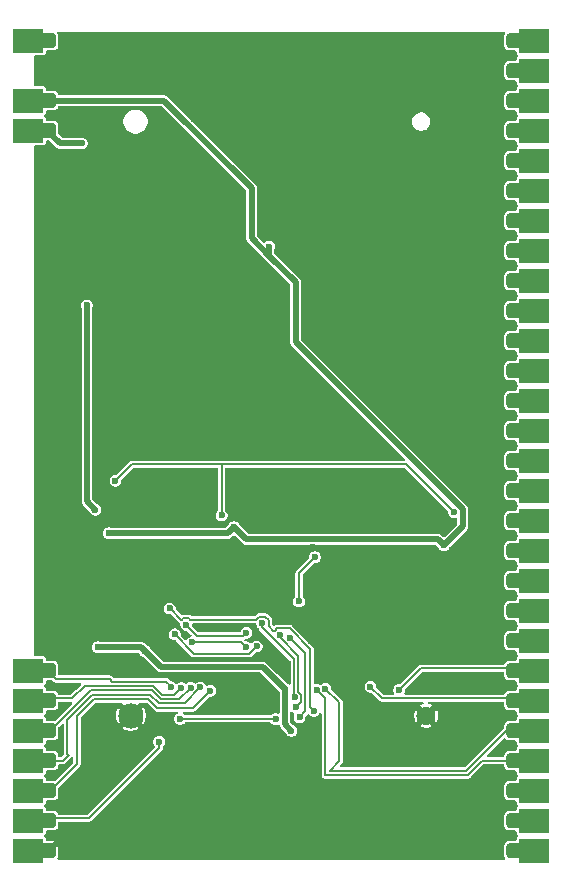
<source format=gbl>
G04 #@! TF.GenerationSoftware,KiCad,Pcbnew,9.0.1+1*
G04 #@! TF.CreationDate,2025-11-11T08:29:27+00:00*
G04 #@! TF.ProjectId,cellular-modem,63656c6c-756c-4617-922d-6d6f64656d2e,rev?*
G04 #@! TF.SameCoordinates,Original*
G04 #@! TF.FileFunction,Copper,L4,Bot*
G04 #@! TF.FilePolarity,Positive*
%FSLAX46Y46*%
G04 Gerber Fmt 4.6, Leading zero omitted, Abs format (unit mm)*
G04 Created by KiCad (PCBNEW 9.0.1+1) date 2025-11-11 08:29:27*
%MOMM*%
%LPD*%
G01*
G04 APERTURE LIST*
G04 #@! TA.AperFunction,ComponentPad*
%ADD10C,2.133600*%
G04 #@! TD*
G04 #@! TA.AperFunction,ComponentPad*
%ADD11C,1.625600*%
G04 #@! TD*
G04 #@! TA.AperFunction,CastellatedPad*
%ADD12R,2.540000X2.000000*%
G04 #@! TD*
G04 #@! TA.AperFunction,ViaPad*
%ADD13C,0.600000*%
G04 #@! TD*
G04 #@! TA.AperFunction,Conductor*
%ADD14C,0.200000*%
G04 #@! TD*
G04 #@! TA.AperFunction,Conductor*
%ADD15C,0.500000*%
G04 #@! TD*
G04 APERTURE END LIST*
D10*
X76251599Y-93858465D03*
D11*
X101251601Y-93858399D03*
D12*
X67585200Y-36703200D03*
G04 #@! TA.AperFunction,ComponentPad*
G36*
G01*
X69910200Y-36328200D02*
X69910200Y-37078200D01*
G75*
G02*
X69660200Y-37328200I-250000J0D01*
G01*
X68910200Y-37328200D01*
G75*
G02*
X68660200Y-37078200I0J250000D01*
G01*
X68660200Y-36328200D01*
G75*
G02*
X68910200Y-36078200I250000J0D01*
G01*
X69660200Y-36078200D01*
G75*
G02*
X69910200Y-36328200I0J-250000D01*
G01*
G37*
G04 #@! TD.AperFunction*
X67585200Y-41783200D03*
G04 #@! TA.AperFunction,ComponentPad*
G36*
G01*
X69910200Y-41408200D02*
X69910200Y-42158200D01*
G75*
G02*
X69660200Y-42408200I-250000J0D01*
G01*
X68910200Y-42408200D01*
G75*
G02*
X68660200Y-42158200I0J250000D01*
G01*
X68660200Y-41408200D01*
G75*
G02*
X68910200Y-41158200I250000J0D01*
G01*
X69660200Y-41158200D01*
G75*
G02*
X69910200Y-41408200I0J-250000D01*
G01*
G37*
G04 #@! TD.AperFunction*
X67585200Y-44323200D03*
G04 #@! TA.AperFunction,ComponentPad*
G36*
G01*
X69910200Y-43948200D02*
X69910200Y-44698200D01*
G75*
G02*
X69660200Y-44948200I-250000J0D01*
G01*
X68910200Y-44948200D01*
G75*
G02*
X68660200Y-44698200I0J250000D01*
G01*
X68660200Y-43948200D01*
G75*
G02*
X68910200Y-43698200I250000J0D01*
G01*
X69660200Y-43698200D01*
G75*
G02*
X69910200Y-43948200I0J-250000D01*
G01*
G37*
G04 #@! TD.AperFunction*
X67585200Y-90043200D03*
G04 #@! TA.AperFunction,ComponentPad*
G36*
G01*
X69910200Y-89668200D02*
X69910200Y-90418200D01*
G75*
G02*
X69660200Y-90668200I-250000J0D01*
G01*
X68910200Y-90668200D01*
G75*
G02*
X68660200Y-90418200I0J250000D01*
G01*
X68660200Y-89668200D01*
G75*
G02*
X68910200Y-89418200I250000J0D01*
G01*
X69660200Y-89418200D01*
G75*
G02*
X69910200Y-89668200I0J-250000D01*
G01*
G37*
G04 #@! TD.AperFunction*
X67585200Y-92583200D03*
G04 #@! TA.AperFunction,ComponentPad*
G36*
G01*
X69910200Y-92208200D02*
X69910200Y-92958200D01*
G75*
G02*
X69660200Y-93208200I-250000J0D01*
G01*
X68910200Y-93208200D01*
G75*
G02*
X68660200Y-92958200I0J250000D01*
G01*
X68660200Y-92208200D01*
G75*
G02*
X68910200Y-91958200I250000J0D01*
G01*
X69660200Y-91958200D01*
G75*
G02*
X69910200Y-92208200I0J-250000D01*
G01*
G37*
G04 #@! TD.AperFunction*
X67585200Y-95123200D03*
G04 #@! TA.AperFunction,ComponentPad*
G36*
G01*
X69910200Y-94748200D02*
X69910200Y-95498200D01*
G75*
G02*
X69660200Y-95748200I-250000J0D01*
G01*
X68910200Y-95748200D01*
G75*
G02*
X68660200Y-95498200I0J250000D01*
G01*
X68660200Y-94748200D01*
G75*
G02*
X68910200Y-94498200I250000J0D01*
G01*
X69660200Y-94498200D01*
G75*
G02*
X69910200Y-94748200I0J-250000D01*
G01*
G37*
G04 #@! TD.AperFunction*
X67585200Y-97663200D03*
G04 #@! TA.AperFunction,ComponentPad*
G36*
G01*
X69910200Y-97288200D02*
X69910200Y-98038200D01*
G75*
G02*
X69660200Y-98288200I-250000J0D01*
G01*
X68910200Y-98288200D01*
G75*
G02*
X68660200Y-98038200I0J250000D01*
G01*
X68660200Y-97288200D01*
G75*
G02*
X68910200Y-97038200I250000J0D01*
G01*
X69660200Y-97038200D01*
G75*
G02*
X69910200Y-97288200I0J-250000D01*
G01*
G37*
G04 #@! TD.AperFunction*
X67585200Y-100203200D03*
G04 #@! TA.AperFunction,ComponentPad*
G36*
G01*
X69910200Y-99828200D02*
X69910200Y-100578200D01*
G75*
G02*
X69660200Y-100828200I-250000J0D01*
G01*
X68910200Y-100828200D01*
G75*
G02*
X68660200Y-100578200I0J250000D01*
G01*
X68660200Y-99828200D01*
G75*
G02*
X68910200Y-99578200I250000J0D01*
G01*
X69660200Y-99578200D01*
G75*
G02*
X69910200Y-99828200I0J-250000D01*
G01*
G37*
G04 #@! TD.AperFunction*
X67585200Y-102743200D03*
G04 #@! TA.AperFunction,ComponentPad*
G36*
G01*
X69910200Y-102368200D02*
X69910200Y-103118200D01*
G75*
G02*
X69660200Y-103368200I-250000J0D01*
G01*
X68910200Y-103368200D01*
G75*
G02*
X68660200Y-103118200I0J250000D01*
G01*
X68660200Y-102368200D01*
G75*
G02*
X68910200Y-102118200I250000J0D01*
G01*
X69660200Y-102118200D01*
G75*
G02*
X69910200Y-102368200I0J-250000D01*
G01*
G37*
G04 #@! TD.AperFunction*
X67585200Y-105283200D03*
G04 #@! TA.AperFunction,ComponentPad*
G36*
G01*
X69910200Y-104908200D02*
X69910200Y-105658200D01*
G75*
G02*
X69660200Y-105908200I-250000J0D01*
G01*
X68910200Y-105908200D01*
G75*
G02*
X68660200Y-105658200I0J250000D01*
G01*
X68660200Y-104908200D01*
G75*
G02*
X68910200Y-104658200I250000J0D01*
G01*
X69660200Y-104658200D01*
G75*
G02*
X69910200Y-104908200I0J-250000D01*
G01*
G37*
G04 #@! TD.AperFunction*
G04 #@! TA.AperFunction,ComponentPad*
G36*
G01*
X109310200Y-36328200D02*
X109310200Y-37078200D01*
G75*
G02*
X109060200Y-37328200I-250000J0D01*
G01*
X108310200Y-37328200D01*
G75*
G02*
X108060200Y-37078200I0J250000D01*
G01*
X108060200Y-36328200D01*
G75*
G02*
X108310200Y-36078200I250000J0D01*
G01*
X109060200Y-36078200D01*
G75*
G02*
X109310200Y-36328200I0J-250000D01*
G01*
G37*
G04 #@! TD.AperFunction*
X110385200Y-36703200D03*
G04 #@! TA.AperFunction,ComponentPad*
G36*
G01*
X109310200Y-38868200D02*
X109310200Y-39618200D01*
G75*
G02*
X109060200Y-39868200I-250000J0D01*
G01*
X108310200Y-39868200D01*
G75*
G02*
X108060200Y-39618200I0J250000D01*
G01*
X108060200Y-38868200D01*
G75*
G02*
X108310200Y-38618200I250000J0D01*
G01*
X109060200Y-38618200D01*
G75*
G02*
X109310200Y-38868200I0J-250000D01*
G01*
G37*
G04 #@! TD.AperFunction*
X110385200Y-39243200D03*
G04 #@! TA.AperFunction,ComponentPad*
G36*
G01*
X109310200Y-41408200D02*
X109310200Y-42158200D01*
G75*
G02*
X109060200Y-42408200I-250000J0D01*
G01*
X108310200Y-42408200D01*
G75*
G02*
X108060200Y-42158200I0J250000D01*
G01*
X108060200Y-41408200D01*
G75*
G02*
X108310200Y-41158200I250000J0D01*
G01*
X109060200Y-41158200D01*
G75*
G02*
X109310200Y-41408200I0J-250000D01*
G01*
G37*
G04 #@! TD.AperFunction*
X110385200Y-41783200D03*
G04 #@! TA.AperFunction,ComponentPad*
G36*
G01*
X109310200Y-43948200D02*
X109310200Y-44698200D01*
G75*
G02*
X109060200Y-44948200I-250000J0D01*
G01*
X108310200Y-44948200D01*
G75*
G02*
X108060200Y-44698200I0J250000D01*
G01*
X108060200Y-43948200D01*
G75*
G02*
X108310200Y-43698200I250000J0D01*
G01*
X109060200Y-43698200D01*
G75*
G02*
X109310200Y-43948200I0J-250000D01*
G01*
G37*
G04 #@! TD.AperFunction*
X110385200Y-44323200D03*
G04 #@! TA.AperFunction,ComponentPad*
G36*
G01*
X109310200Y-46488200D02*
X109310200Y-47238200D01*
G75*
G02*
X109060200Y-47488200I-250000J0D01*
G01*
X108310200Y-47488200D01*
G75*
G02*
X108060200Y-47238200I0J250000D01*
G01*
X108060200Y-46488200D01*
G75*
G02*
X108310200Y-46238200I250000J0D01*
G01*
X109060200Y-46238200D01*
G75*
G02*
X109310200Y-46488200I0J-250000D01*
G01*
G37*
G04 #@! TD.AperFunction*
X110385200Y-46863200D03*
G04 #@! TA.AperFunction,ComponentPad*
G36*
G01*
X109310200Y-49028200D02*
X109310200Y-49778200D01*
G75*
G02*
X109060200Y-50028200I-250000J0D01*
G01*
X108310200Y-50028200D01*
G75*
G02*
X108060200Y-49778200I0J250000D01*
G01*
X108060200Y-49028200D01*
G75*
G02*
X108310200Y-48778200I250000J0D01*
G01*
X109060200Y-48778200D01*
G75*
G02*
X109310200Y-49028200I0J-250000D01*
G01*
G37*
G04 #@! TD.AperFunction*
X110385200Y-49403200D03*
G04 #@! TA.AperFunction,ComponentPad*
G36*
G01*
X109310200Y-51568200D02*
X109310200Y-52318200D01*
G75*
G02*
X109060200Y-52568200I-250000J0D01*
G01*
X108310200Y-52568200D01*
G75*
G02*
X108060200Y-52318200I0J250000D01*
G01*
X108060200Y-51568200D01*
G75*
G02*
X108310200Y-51318200I250000J0D01*
G01*
X109060200Y-51318200D01*
G75*
G02*
X109310200Y-51568200I0J-250000D01*
G01*
G37*
G04 #@! TD.AperFunction*
X110385200Y-51943200D03*
G04 #@! TA.AperFunction,ComponentPad*
G36*
G01*
X109310200Y-54108200D02*
X109310200Y-54858200D01*
G75*
G02*
X109060200Y-55108200I-250000J0D01*
G01*
X108310200Y-55108200D01*
G75*
G02*
X108060200Y-54858200I0J250000D01*
G01*
X108060200Y-54108200D01*
G75*
G02*
X108310200Y-53858200I250000J0D01*
G01*
X109060200Y-53858200D01*
G75*
G02*
X109310200Y-54108200I0J-250000D01*
G01*
G37*
G04 #@! TD.AperFunction*
X110385200Y-54483200D03*
G04 #@! TA.AperFunction,ComponentPad*
G36*
G01*
X109310200Y-56648200D02*
X109310200Y-57398200D01*
G75*
G02*
X109060200Y-57648200I-250000J0D01*
G01*
X108310200Y-57648200D01*
G75*
G02*
X108060200Y-57398200I0J250000D01*
G01*
X108060200Y-56648200D01*
G75*
G02*
X108310200Y-56398200I250000J0D01*
G01*
X109060200Y-56398200D01*
G75*
G02*
X109310200Y-56648200I0J-250000D01*
G01*
G37*
G04 #@! TD.AperFunction*
X110385200Y-57023200D03*
G04 #@! TA.AperFunction,ComponentPad*
G36*
G01*
X109310200Y-59188200D02*
X109310200Y-59938200D01*
G75*
G02*
X109060200Y-60188200I-250000J0D01*
G01*
X108310200Y-60188200D01*
G75*
G02*
X108060200Y-59938200I0J250000D01*
G01*
X108060200Y-59188200D01*
G75*
G02*
X108310200Y-58938200I250000J0D01*
G01*
X109060200Y-58938200D01*
G75*
G02*
X109310200Y-59188200I0J-250000D01*
G01*
G37*
G04 #@! TD.AperFunction*
X110385200Y-59563200D03*
G04 #@! TA.AperFunction,ComponentPad*
G36*
G01*
X109310200Y-61728200D02*
X109310200Y-62478200D01*
G75*
G02*
X109060200Y-62728200I-250000J0D01*
G01*
X108310200Y-62728200D01*
G75*
G02*
X108060200Y-62478200I0J250000D01*
G01*
X108060200Y-61728200D01*
G75*
G02*
X108310200Y-61478200I250000J0D01*
G01*
X109060200Y-61478200D01*
G75*
G02*
X109310200Y-61728200I0J-250000D01*
G01*
G37*
G04 #@! TD.AperFunction*
X110385200Y-62103200D03*
G04 #@! TA.AperFunction,ComponentPad*
G36*
G01*
X109310200Y-64268200D02*
X109310200Y-65018200D01*
G75*
G02*
X109060200Y-65268200I-250000J0D01*
G01*
X108310200Y-65268200D01*
G75*
G02*
X108060200Y-65018200I0J250000D01*
G01*
X108060200Y-64268200D01*
G75*
G02*
X108310200Y-64018200I250000J0D01*
G01*
X109060200Y-64018200D01*
G75*
G02*
X109310200Y-64268200I0J-250000D01*
G01*
G37*
G04 #@! TD.AperFunction*
X110385200Y-64643200D03*
G04 #@! TA.AperFunction,ComponentPad*
G36*
G01*
X109310200Y-66808200D02*
X109310200Y-67558200D01*
G75*
G02*
X109060200Y-67808200I-250000J0D01*
G01*
X108310200Y-67808200D01*
G75*
G02*
X108060200Y-67558200I0J250000D01*
G01*
X108060200Y-66808200D01*
G75*
G02*
X108310200Y-66558200I250000J0D01*
G01*
X109060200Y-66558200D01*
G75*
G02*
X109310200Y-66808200I0J-250000D01*
G01*
G37*
G04 #@! TD.AperFunction*
X110385200Y-67183200D03*
G04 #@! TA.AperFunction,ComponentPad*
G36*
G01*
X109310200Y-69348200D02*
X109310200Y-70098200D01*
G75*
G02*
X109060200Y-70348200I-250000J0D01*
G01*
X108310200Y-70348200D01*
G75*
G02*
X108060200Y-70098200I0J250000D01*
G01*
X108060200Y-69348200D01*
G75*
G02*
X108310200Y-69098200I250000J0D01*
G01*
X109060200Y-69098200D01*
G75*
G02*
X109310200Y-69348200I0J-250000D01*
G01*
G37*
G04 #@! TD.AperFunction*
X110385200Y-69723200D03*
G04 #@! TA.AperFunction,ComponentPad*
G36*
G01*
X109310200Y-71888200D02*
X109310200Y-72638200D01*
G75*
G02*
X109060200Y-72888200I-250000J0D01*
G01*
X108310200Y-72888200D01*
G75*
G02*
X108060200Y-72638200I0J250000D01*
G01*
X108060200Y-71888200D01*
G75*
G02*
X108310200Y-71638200I250000J0D01*
G01*
X109060200Y-71638200D01*
G75*
G02*
X109310200Y-71888200I0J-250000D01*
G01*
G37*
G04 #@! TD.AperFunction*
X110385200Y-72263200D03*
G04 #@! TA.AperFunction,ComponentPad*
G36*
G01*
X109310200Y-74428200D02*
X109310200Y-75178200D01*
G75*
G02*
X109060200Y-75428200I-250000J0D01*
G01*
X108310200Y-75428200D01*
G75*
G02*
X108060200Y-75178200I0J250000D01*
G01*
X108060200Y-74428200D01*
G75*
G02*
X108310200Y-74178200I250000J0D01*
G01*
X109060200Y-74178200D01*
G75*
G02*
X109310200Y-74428200I0J-250000D01*
G01*
G37*
G04 #@! TD.AperFunction*
X110385200Y-74803200D03*
G04 #@! TA.AperFunction,ComponentPad*
G36*
G01*
X109310200Y-76968200D02*
X109310200Y-77718200D01*
G75*
G02*
X109060200Y-77968200I-250000J0D01*
G01*
X108310200Y-77968200D01*
G75*
G02*
X108060200Y-77718200I0J250000D01*
G01*
X108060200Y-76968200D01*
G75*
G02*
X108310200Y-76718200I250000J0D01*
G01*
X109060200Y-76718200D01*
G75*
G02*
X109310200Y-76968200I0J-250000D01*
G01*
G37*
G04 #@! TD.AperFunction*
X110385200Y-77343200D03*
G04 #@! TA.AperFunction,ComponentPad*
G36*
G01*
X109310200Y-79508200D02*
X109310200Y-80258200D01*
G75*
G02*
X109060200Y-80508200I-250000J0D01*
G01*
X108310200Y-80508200D01*
G75*
G02*
X108060200Y-80258200I0J250000D01*
G01*
X108060200Y-79508200D01*
G75*
G02*
X108310200Y-79258200I250000J0D01*
G01*
X109060200Y-79258200D01*
G75*
G02*
X109310200Y-79508200I0J-250000D01*
G01*
G37*
G04 #@! TD.AperFunction*
X110385200Y-79883200D03*
G04 #@! TA.AperFunction,ComponentPad*
G36*
G01*
X109310200Y-82048200D02*
X109310200Y-82798200D01*
G75*
G02*
X109060200Y-83048200I-250000J0D01*
G01*
X108310200Y-83048200D01*
G75*
G02*
X108060200Y-82798200I0J250000D01*
G01*
X108060200Y-82048200D01*
G75*
G02*
X108310200Y-81798200I250000J0D01*
G01*
X109060200Y-81798200D01*
G75*
G02*
X109310200Y-82048200I0J-250000D01*
G01*
G37*
G04 #@! TD.AperFunction*
X110385200Y-82423200D03*
G04 #@! TA.AperFunction,ComponentPad*
G36*
G01*
X109310200Y-84588200D02*
X109310200Y-85338200D01*
G75*
G02*
X109060200Y-85588200I-250000J0D01*
G01*
X108310200Y-85588200D01*
G75*
G02*
X108060200Y-85338200I0J250000D01*
G01*
X108060200Y-84588200D01*
G75*
G02*
X108310200Y-84338200I250000J0D01*
G01*
X109060200Y-84338200D01*
G75*
G02*
X109310200Y-84588200I0J-250000D01*
G01*
G37*
G04 #@! TD.AperFunction*
X110385200Y-84963200D03*
G04 #@! TA.AperFunction,ComponentPad*
G36*
G01*
X109310200Y-87128200D02*
X109310200Y-87878200D01*
G75*
G02*
X109060200Y-88128200I-250000J0D01*
G01*
X108310200Y-88128200D01*
G75*
G02*
X108060200Y-87878200I0J250000D01*
G01*
X108060200Y-87128200D01*
G75*
G02*
X108310200Y-86878200I250000J0D01*
G01*
X109060200Y-86878200D01*
G75*
G02*
X109310200Y-87128200I0J-250000D01*
G01*
G37*
G04 #@! TD.AperFunction*
X110385200Y-87503200D03*
G04 #@! TA.AperFunction,ComponentPad*
G36*
G01*
X109310200Y-89668200D02*
X109310200Y-90418200D01*
G75*
G02*
X109060200Y-90668200I-250000J0D01*
G01*
X108310200Y-90668200D01*
G75*
G02*
X108060200Y-90418200I0J250000D01*
G01*
X108060200Y-89668200D01*
G75*
G02*
X108310200Y-89418200I250000J0D01*
G01*
X109060200Y-89418200D01*
G75*
G02*
X109310200Y-89668200I0J-250000D01*
G01*
G37*
G04 #@! TD.AperFunction*
X110385200Y-90043200D03*
G04 #@! TA.AperFunction,ComponentPad*
G36*
G01*
X109310200Y-92208200D02*
X109310200Y-92958200D01*
G75*
G02*
X109060200Y-93208200I-250000J0D01*
G01*
X108310200Y-93208200D01*
G75*
G02*
X108060200Y-92958200I0J250000D01*
G01*
X108060200Y-92208200D01*
G75*
G02*
X108310200Y-91958200I250000J0D01*
G01*
X109060200Y-91958200D01*
G75*
G02*
X109310200Y-92208200I0J-250000D01*
G01*
G37*
G04 #@! TD.AperFunction*
X110385200Y-92583200D03*
G04 #@! TA.AperFunction,ComponentPad*
G36*
G01*
X109310200Y-94748200D02*
X109310200Y-95498200D01*
G75*
G02*
X109060200Y-95748200I-250000J0D01*
G01*
X108310200Y-95748200D01*
G75*
G02*
X108060200Y-95498200I0J250000D01*
G01*
X108060200Y-94748200D01*
G75*
G02*
X108310200Y-94498200I250000J0D01*
G01*
X109060200Y-94498200D01*
G75*
G02*
X109310200Y-94748200I0J-250000D01*
G01*
G37*
G04 #@! TD.AperFunction*
X110385200Y-95123200D03*
G04 #@! TA.AperFunction,ComponentPad*
G36*
G01*
X109310200Y-97288200D02*
X109310200Y-98038200D01*
G75*
G02*
X109060200Y-98288200I-250000J0D01*
G01*
X108310200Y-98288200D01*
G75*
G02*
X108060200Y-98038200I0J250000D01*
G01*
X108060200Y-97288200D01*
G75*
G02*
X108310200Y-97038200I250000J0D01*
G01*
X109060200Y-97038200D01*
G75*
G02*
X109310200Y-97288200I0J-250000D01*
G01*
G37*
G04 #@! TD.AperFunction*
X110385200Y-97663200D03*
G04 #@! TA.AperFunction,ComponentPad*
G36*
G01*
X109310200Y-99828200D02*
X109310200Y-100578200D01*
G75*
G02*
X109060200Y-100828200I-250000J0D01*
G01*
X108310200Y-100828200D01*
G75*
G02*
X108060200Y-100578200I0J250000D01*
G01*
X108060200Y-99828200D01*
G75*
G02*
X108310200Y-99578200I250000J0D01*
G01*
X109060200Y-99578200D01*
G75*
G02*
X109310200Y-99828200I0J-250000D01*
G01*
G37*
G04 #@! TD.AperFunction*
X110385200Y-100203200D03*
G04 #@! TA.AperFunction,ComponentPad*
G36*
G01*
X109310200Y-102368200D02*
X109310200Y-103118200D01*
G75*
G02*
X109060200Y-103368200I-250000J0D01*
G01*
X108310200Y-103368200D01*
G75*
G02*
X108060200Y-103118200I0J250000D01*
G01*
X108060200Y-102368200D01*
G75*
G02*
X108310200Y-102118200I250000J0D01*
G01*
X109060200Y-102118200D01*
G75*
G02*
X109310200Y-102368200I0J-250000D01*
G01*
G37*
G04 #@! TD.AperFunction*
X110385200Y-102743200D03*
G04 #@! TA.AperFunction,ComponentPad*
G36*
G01*
X109310200Y-104908200D02*
X109310200Y-105658200D01*
G75*
G02*
X109060200Y-105908200I-250000J0D01*
G01*
X108310200Y-105908200D01*
G75*
G02*
X108060200Y-105658200I0J250000D01*
G01*
X108060200Y-104908200D01*
G75*
G02*
X108310200Y-104658200I250000J0D01*
G01*
X109060200Y-104658200D01*
G75*
G02*
X109310200Y-104908200I0J-250000D01*
G01*
G37*
G04 #@! TD.AperFunction*
X110385200Y-105283200D03*
D13*
X78659400Y-96063000D03*
X92735197Y-91580448D03*
X94077200Y-100025400D03*
X87900000Y-71140000D03*
X101820000Y-40780000D03*
X95620000Y-69360000D03*
X107440000Y-51270000D03*
X96922000Y-74854000D03*
X84480000Y-81120000D03*
X89490000Y-102800000D03*
X90520000Y-68730000D03*
X78106000Y-77597200D03*
X107310000Y-60070000D03*
X106091400Y-75387400D03*
X86500000Y-99780000D03*
X107430000Y-70210000D03*
X80132600Y-51511400D03*
X107410000Y-67690000D03*
X86508000Y-56566000D03*
X77780000Y-99740000D03*
X107420000Y-62610000D03*
X107380000Y-72750000D03*
X92470000Y-87560000D03*
X70290000Y-89030000D03*
X74671600Y-79324400D03*
X91570000Y-51760000D03*
X99420000Y-99920000D03*
X95536328Y-58075928D03*
X107670000Y-43140000D03*
X76920000Y-96070000D03*
X97730000Y-99940000D03*
X69350000Y-38370000D03*
X106066000Y-86995200D03*
X81650000Y-95980000D03*
X107730000Y-91300000D03*
X69790000Y-98920000D03*
X104465800Y-38303400D03*
X77740000Y-40800000D03*
X98480000Y-99950000D03*
X98040000Y-87790000D03*
X87828800Y-95809000D03*
X86965200Y-91541800D03*
X96150000Y-99900000D03*
X88336800Y-83134400D03*
X99740000Y-55550000D03*
X75020000Y-69440000D03*
X98801600Y-73965000D03*
X107360000Y-65220000D03*
X107340000Y-57490000D03*
X107490000Y-75160000D03*
X103140000Y-104100000D03*
X107530000Y-88740000D03*
X95270000Y-99840000D03*
X88286000Y-100000000D03*
X87950000Y-91510000D03*
X82040000Y-82720000D03*
X69750000Y-93820000D03*
X82170000Y-60750000D03*
X70180000Y-40730000D03*
X95660000Y-77140000D03*
X96940000Y-100710000D03*
X107410000Y-55230000D03*
X81682000Y-75870000D03*
X83891800Y-64871800D03*
X86560000Y-96150000D03*
X81270000Y-99760000D03*
X91309000Y-76149000D03*
X85136400Y-60299800D03*
X107710000Y-45710000D03*
X75790000Y-74410000D03*
X95092600Y-91694200D03*
X95140000Y-55500000D03*
X107410000Y-103690000D03*
X85680000Y-104090000D03*
X107490000Y-38310000D03*
X87905000Y-77775000D03*
X71191800Y-61569800D03*
X80356001Y-80640001D03*
X91680000Y-79620000D03*
X79760000Y-99720000D03*
X83890000Y-38770000D03*
X95310000Y-78060000D03*
X99665200Y-77890001D03*
X79675400Y-96240800D03*
X77920000Y-48350000D03*
X82520200Y-96012200D03*
X91892800Y-99873000D03*
X107360000Y-48800000D03*
X97090000Y-87790000D03*
X78151400Y-87782600D03*
X107860000Y-96380000D03*
X91515218Y-87499782D03*
X73300000Y-38735200D03*
X107230000Y-80700000D03*
X70250000Y-101430000D03*
X70430000Y-91400000D03*
X85720600Y-93243600D03*
X94120000Y-83630000D03*
X69900000Y-96360000D03*
X96190000Y-96300000D03*
X85314200Y-75006400D03*
X107330000Y-86110000D03*
X89302000Y-38633600D03*
X90572000Y-96437600D03*
X107660000Y-93950000D03*
X75170000Y-65620000D03*
X101390000Y-85850000D03*
X82571000Y-93116600D03*
X88489200Y-61392000D03*
X82574028Y-63494428D03*
X75360000Y-48390000D03*
X75580000Y-104090000D03*
X107720000Y-101540000D03*
X75382800Y-80848400D03*
X100260000Y-99960000D03*
X78740000Y-57130000D03*
X70220000Y-43040000D03*
X105939000Y-76124000D03*
X99620000Y-45080000D03*
X91105400Y-85852200D03*
X76380000Y-99780000D03*
X70780000Y-36580000D03*
X101875000Y-72745800D03*
X99792200Y-88163600D03*
X90699000Y-99898400D03*
X107510000Y-40880000D03*
X107670000Y-98960000D03*
X102160000Y-45120000D03*
X73071400Y-57201000D03*
X102530000Y-91100000D03*
X89670000Y-73700000D03*
X71598200Y-104013200D03*
X106110000Y-91180000D03*
X81682000Y-79380000D03*
X87376390Y-86025210D03*
X90140200Y-92320400D03*
X74960000Y-73970000D03*
X72106200Y-45415400D03*
X83942600Y-76911400D03*
X89302000Y-91618000D03*
X72538000Y-59131400D03*
X103653000Y-76657400D03*
X73249200Y-76428800D03*
X77446600Y-88391221D03*
X73477800Y-88062000D03*
X89853800Y-95148600D03*
X91988000Y-91668800D03*
X90540200Y-94005600D03*
X89743406Y-87290394D03*
X90495800Y-84175800D03*
X90234162Y-93140858D03*
X91842000Y-80442000D03*
X88886003Y-87020600D03*
X98979400Y-91668800D03*
X79624600Y-91440200D03*
X79549801Y-84763707D03*
X91765800Y-93453200D03*
X80525512Y-91528312D03*
X96550000Y-91400000D03*
X86050800Y-86842800D03*
X80944247Y-86158153D03*
X79980200Y-86969800D03*
X86914400Y-87985800D03*
X82149000Y-91467248D03*
X81326400Y-91491000D03*
X81450306Y-87658694D03*
X86025400Y-88071321D03*
X80434331Y-94135669D03*
X88552000Y-94158000D03*
X82990000Y-91760000D03*
X74408000Y-78410000D03*
X84984000Y-77902000D03*
X87955800Y-54153000D03*
X102764000Y-79426000D03*
D14*
X78659400Y-96582198D02*
X72701598Y-102540000D01*
X72701598Y-102540000D02*
X69006000Y-102540000D01*
X78659400Y-96063000D02*
X78659400Y-96582198D01*
X92735197Y-91580448D02*
X93899400Y-92744651D01*
X108260032Y-94920000D02*
X108606000Y-94920000D01*
X93089800Y-98530000D02*
X104650032Y-98530000D01*
X104650032Y-98530000D02*
X108260032Y-94920000D01*
X93899400Y-92744651D02*
X93899400Y-97720400D01*
X93899400Y-97720400D02*
X93089800Y-98530000D01*
X71191800Y-59080600D02*
X71191800Y-61569800D01*
D15*
X86965200Y-91541800D02*
X86965200Y-91999000D01*
X86965200Y-91999000D02*
X85720600Y-93243600D01*
D14*
X106091400Y-75387400D02*
X104643600Y-75387400D01*
X88463800Y-83210600D02*
X91105400Y-85852200D01*
D15*
X99919200Y-88290600D02*
X104770600Y-88290600D01*
D14*
X86508000Y-56566000D02*
X86508000Y-59410800D01*
X73071400Y-57201000D02*
X71191800Y-59080600D01*
D15*
X94805376Y-90789940D02*
X94805376Y-91406976D01*
D14*
X102002000Y-72745800D02*
X101875000Y-72745800D01*
X86508000Y-59410800D02*
X88489200Y-61392000D01*
D15*
X82574028Y-63494428D02*
X82574028Y-63554028D01*
X99792200Y-88163600D02*
X99919200Y-88290600D01*
X104770600Y-88290600D02*
X106066000Y-86995200D01*
D14*
X88336800Y-83134400D02*
X88413000Y-83210600D01*
X104643600Y-75387400D02*
X102002000Y-72745800D01*
X88413000Y-83210600D02*
X88463800Y-83210600D01*
D15*
X94805376Y-91406976D02*
X95092600Y-91694200D01*
D14*
X91892800Y-99873000D02*
X93924800Y-99873000D01*
D15*
X82574028Y-63554028D02*
X83891800Y-64871800D01*
D14*
X93924800Y-99873000D02*
X94077200Y-100025400D01*
D15*
X91515218Y-87499782D02*
X94805376Y-90789940D01*
D14*
X87376390Y-86390390D02*
X90089400Y-89103400D01*
X90089400Y-89103400D02*
X90089400Y-92269600D01*
X87376390Y-86025210D02*
X87376390Y-86390390D01*
X90089400Y-92269600D02*
X90140200Y-92320400D01*
X83942600Y-76911400D02*
X83942600Y-72593400D01*
D15*
X87422400Y-89738400D02*
X89302000Y-91618000D01*
X89853800Y-95148600D02*
X89302000Y-94596800D01*
D14*
X76362000Y-72568000D02*
X83917200Y-72568000D01*
X103653000Y-76657400D02*
X99563600Y-72568000D01*
D15*
X72106200Y-45415400D02*
X70277400Y-45415400D01*
X73249200Y-76428800D02*
X72538000Y-75717600D01*
X70277400Y-45415400D02*
X69185200Y-44323200D01*
D14*
X99563600Y-72568000D02*
X83917200Y-72568000D01*
D15*
X78793779Y-89738400D02*
X87422400Y-89738400D01*
X73477800Y-88062000D02*
X77117379Y-88062000D01*
X77117379Y-88062000D02*
X77446600Y-88391221D01*
X77446600Y-88391221D02*
X78793779Y-89738400D01*
X89302000Y-94596800D02*
X89302000Y-91618000D01*
D14*
X74960000Y-73970000D02*
X76362000Y-72568000D01*
D15*
X72538000Y-75717600D02*
X72538000Y-59131400D01*
D14*
X83942600Y-72593400D02*
X83917200Y-72568000D01*
X92705600Y-98882400D02*
X104796000Y-98882400D01*
X104796000Y-98882400D02*
X106015200Y-97663200D01*
X106015200Y-97663200D02*
X108402800Y-97663200D01*
X91988000Y-91668800D02*
X92705600Y-92386400D01*
X108402800Y-97663200D02*
X108606000Y-97460000D01*
X92705600Y-92386400D02*
X92705600Y-98882400D01*
X91045000Y-93500800D02*
X90540200Y-94005600D01*
X91045000Y-88591988D02*
X91045000Y-93500800D01*
X89743406Y-87290394D02*
X91045000Y-88591988D01*
X88886003Y-87020600D02*
X88886003Y-87214203D01*
X88886003Y-87214203D02*
X90441800Y-88770000D01*
X90495800Y-81788200D02*
X90495800Y-84175800D01*
X90692600Y-92682420D02*
X90234162Y-93140858D01*
X90441800Y-91840788D02*
X90692600Y-92091588D01*
X90692600Y-92091588D02*
X90692600Y-92682420D01*
X91588000Y-80696000D02*
X90495800Y-81788200D01*
X91842000Y-80442000D02*
X91588000Y-80696000D01*
X90441800Y-88770000D02*
X90441800Y-91840788D01*
X98979400Y-91668800D02*
X100808200Y-89840000D01*
X100808200Y-89840000D02*
X108606000Y-89840000D01*
X74464188Y-90754400D02*
X69920400Y-90754400D01*
X79624600Y-91338600D02*
X79269000Y-90983000D01*
X74692788Y-90983000D02*
X74464188Y-90754400D01*
X69920400Y-90754400D02*
X69006000Y-89840000D01*
X79624600Y-91440200D02*
X79624600Y-91338600D01*
X79269000Y-90983000D02*
X74692788Y-90983000D01*
X91435600Y-93123000D02*
X91765800Y-93453200D01*
X88476388Y-86649003D02*
X88657191Y-86468200D01*
X87147578Y-85472810D02*
X87605202Y-85472810D01*
X80595988Y-85725200D02*
X80715435Y-85605753D01*
X87928790Y-85796398D02*
X87928790Y-86282390D01*
X79549801Y-84763707D02*
X80511294Y-85725200D01*
X87928790Y-86282390D02*
X88295403Y-86649003D01*
X80715435Y-85605753D02*
X81173059Y-85605753D01*
X91435600Y-88201376D02*
X91435600Y-93123000D01*
X87605202Y-85472810D02*
X87928790Y-85796398D01*
X88295403Y-86649003D02*
X88476388Y-86649003D01*
X86895188Y-85725200D02*
X87147578Y-85472810D01*
X81173059Y-85605753D02*
X81292506Y-85725200D01*
X88657191Y-86468200D02*
X89702424Y-86468200D01*
X81292506Y-85725200D02*
X86895188Y-85725200D01*
X89702424Y-86468200D02*
X91435600Y-88201376D01*
X80511294Y-85725200D02*
X80595988Y-85725200D01*
X72344600Y-91335400D02*
X71300000Y-92380000D01*
X78154336Y-91335400D02*
X72344600Y-91335400D01*
X80525512Y-91528312D02*
X79946824Y-92107000D01*
X71300000Y-92380000D02*
X69006000Y-92380000D01*
X78925936Y-92107000D02*
X78154336Y-91335400D01*
X79946824Y-92107000D02*
X78925936Y-92107000D01*
X96550000Y-91400000D02*
X97530000Y-92380000D01*
X97530000Y-92380000D02*
X108606000Y-92380000D01*
X85796800Y-87096800D02*
X81882894Y-87096800D01*
X81882894Y-87096800D02*
X80944247Y-86158153D01*
X86050800Y-86842800D02*
X85796800Y-87096800D01*
X86276479Y-88623721D02*
X81634121Y-88623721D01*
X81634121Y-88623721D02*
X79980200Y-86969800D01*
X86914400Y-87985800D02*
X86276479Y-88623721D01*
X82149000Y-91467248D02*
X80804448Y-92811800D01*
X70506000Y-97663200D02*
X69185200Y-97663200D01*
X70988600Y-97180600D02*
X70506000Y-97663200D01*
X72969800Y-92100600D02*
X70881600Y-94188800D01*
X69276000Y-97460000D02*
X69006000Y-97460000D01*
X70881600Y-97073600D02*
X70988600Y-97180600D01*
X70881600Y-94188800D02*
X70881600Y-97073600D01*
X80804448Y-92811800D02*
X78634000Y-92811800D01*
X77922800Y-92100600D02*
X72969800Y-92100600D01*
X78634000Y-92811800D02*
X77922800Y-92100600D01*
X78779968Y-92459400D02*
X78008368Y-91687800D01*
X81326400Y-91491000D02*
X81326400Y-91508636D01*
X78008368Y-91687800D02*
X72874600Y-91687800D01*
X69642400Y-94920000D02*
X69006000Y-94920000D01*
X72874600Y-91687800D02*
X69642400Y-94920000D01*
X81326400Y-91508636D02*
X80375636Y-92459400D01*
X80375636Y-92459400D02*
X78779968Y-92459400D01*
X85612773Y-87658694D02*
X86025400Y-88071321D01*
X81450306Y-87658694D02*
X85612773Y-87658694D01*
X80434331Y-94135669D02*
X88529669Y-94135669D01*
X88529669Y-94135669D02*
X88552000Y-94158000D01*
X73115768Y-92453000D02*
X71699800Y-93868968D01*
X71699800Y-93868968D02*
X71699800Y-97958600D01*
X78507000Y-93218200D02*
X77741800Y-92453000D01*
X81531800Y-93218200D02*
X78507000Y-93218200D01*
X82990000Y-91760000D02*
X81531800Y-93218200D01*
X77741800Y-92453000D02*
X73115768Y-92453000D01*
X69455200Y-100203200D02*
X69185200Y-100203200D01*
X69240800Y-100000000D02*
X69006000Y-100000000D01*
X71699800Y-97958600D02*
X69455200Y-100203200D01*
D15*
X74408000Y-78410000D02*
X84476000Y-78410000D01*
X104355400Y-76366456D02*
X104355400Y-77834600D01*
X86482600Y-53441800D02*
X86482600Y-49212600D01*
X87955800Y-54153000D02*
X87955800Y-54915000D01*
X87955800Y-54915000D02*
X90216400Y-57175600D01*
X90216400Y-57175600D02*
X90216400Y-62227456D01*
X86482600Y-49212600D02*
X79053200Y-41783200D01*
X90216400Y-62227456D02*
X104355400Y-76366456D01*
X84476000Y-78410000D02*
X84984000Y-77902000D01*
X102256000Y-78918000D02*
X102764000Y-79426000D01*
X86000000Y-78918000D02*
X102256000Y-78918000D01*
X104355400Y-77834600D02*
X102764000Y-79426000D01*
X87955800Y-54915000D02*
X86482600Y-53441800D01*
X84984000Y-77902000D02*
X86000000Y-78918000D01*
X79053200Y-41783200D02*
X69185200Y-41783200D01*
G04 #@! TA.AperFunction,Conductor*
G36*
X75517372Y-92772407D02*
G01*
X75529185Y-92782496D01*
X75879509Y-93132820D01*
X75866594Y-93138171D01*
X75733469Y-93227122D01*
X75620256Y-93340335D01*
X75531305Y-93473460D01*
X75525954Y-93486375D01*
X75195892Y-93156313D01*
X75168131Y-93194523D01*
X75077608Y-93372186D01*
X75077606Y-93372189D01*
X75015992Y-93561816D01*
X75015991Y-93561820D01*
X74984799Y-93758762D01*
X74984799Y-93958167D01*
X75015991Y-94155109D01*
X75015992Y-94155113D01*
X75077606Y-94344740D01*
X75077608Y-94344743D01*
X75168134Y-94522412D01*
X75168138Y-94522418D01*
X75195891Y-94560616D01*
X75525954Y-94230552D01*
X75531305Y-94243470D01*
X75620256Y-94376595D01*
X75733469Y-94489808D01*
X75866594Y-94578759D01*
X75879508Y-94584108D01*
X75549446Y-94914171D01*
X75587646Y-94941925D01*
X75587651Y-94941929D01*
X75765320Y-95032455D01*
X75765323Y-95032457D01*
X75954950Y-95094071D01*
X75954954Y-95094072D01*
X76151897Y-95125265D01*
X76351301Y-95125265D01*
X76548243Y-95094072D01*
X76548247Y-95094071D01*
X76737874Y-95032457D01*
X76737877Y-95032455D01*
X76915540Y-94941932D01*
X76915548Y-94941927D01*
X76953750Y-94914171D01*
X76623688Y-94584109D01*
X76636604Y-94578759D01*
X76769729Y-94489808D01*
X76882942Y-94376595D01*
X76971893Y-94243470D01*
X76977243Y-94230554D01*
X77307305Y-94560616D01*
X77335061Y-94522414D01*
X77335066Y-94522406D01*
X77425589Y-94344743D01*
X77425591Y-94344740D01*
X77487205Y-94155113D01*
X77487206Y-94155109D01*
X77518399Y-93958167D01*
X77518399Y-93758762D01*
X77487206Y-93561820D01*
X77487205Y-93561816D01*
X77425591Y-93372189D01*
X77425589Y-93372186D01*
X77335063Y-93194517D01*
X77335059Y-93194512D01*
X77307305Y-93156312D01*
X76977242Y-93486374D01*
X76971893Y-93473460D01*
X76882942Y-93340335D01*
X76769729Y-93227122D01*
X76636604Y-93138171D01*
X76623686Y-93132820D01*
X76974012Y-92782496D01*
X77028529Y-92754719D01*
X77044016Y-92753500D01*
X77576321Y-92753500D01*
X77634512Y-92772407D01*
X77646325Y-92782496D01*
X78266540Y-93402711D01*
X78266539Y-93402711D01*
X78322489Y-93458660D01*
X78391007Y-93498219D01*
X78391011Y-93498221D01*
X78467435Y-93518699D01*
X78467437Y-93518700D01*
X80132479Y-93518700D01*
X80190670Y-93537607D01*
X80226634Y-93587107D01*
X80226634Y-93648293D01*
X80190670Y-93697793D01*
X80181984Y-93703433D01*
X80165082Y-93713192D01*
X80127018Y-93735168D01*
X80033827Y-93828359D01*
X79967940Y-93942478D01*
X79948870Y-94013647D01*
X79933831Y-94069777D01*
X79933831Y-94201561D01*
X79954525Y-94278793D01*
X79967940Y-94328859D01*
X80033827Y-94442978D01*
X80033829Y-94442980D01*
X80033831Y-94442983D01*
X80127017Y-94536169D01*
X80127019Y-94536170D01*
X80127021Y-94536172D01*
X80241141Y-94602059D01*
X80241139Y-94602059D01*
X80241143Y-94602060D01*
X80241145Y-94602061D01*
X80368439Y-94636169D01*
X80368441Y-94636169D01*
X80500221Y-94636169D01*
X80500223Y-94636169D01*
X80627517Y-94602061D01*
X80627519Y-94602059D01*
X80627521Y-94602059D01*
X80741640Y-94536172D01*
X80741640Y-94536171D01*
X80741645Y-94536169D01*
X80812650Y-94465163D01*
X80867165Y-94437388D01*
X80882652Y-94436169D01*
X88081348Y-94436169D01*
X88139539Y-94455076D01*
X88151352Y-94465165D01*
X88151498Y-94465311D01*
X88151500Y-94465314D01*
X88244686Y-94558500D01*
X88244688Y-94558501D01*
X88244690Y-94558503D01*
X88358810Y-94624390D01*
X88358808Y-94624390D01*
X88358812Y-94624391D01*
X88358814Y-94624392D01*
X88486108Y-94658500D01*
X88486110Y-94658500D01*
X88617890Y-94658500D01*
X88617892Y-94658500D01*
X88740826Y-94625560D01*
X88756480Y-94626380D01*
X88771623Y-94622323D01*
X88786260Y-94627941D01*
X88801923Y-94628762D01*
X88814109Y-94638630D01*
X88828745Y-94644248D01*
X88837285Y-94657397D01*
X88849473Y-94667267D01*
X88862071Y-94695561D01*
X88869816Y-94724462D01*
X88869817Y-94724468D01*
X88882198Y-94770681D01*
X88882203Y-94770692D01*
X88941507Y-94873409D01*
X88941511Y-94873414D01*
X89360424Y-95292328D01*
X89386045Y-95336703D01*
X89387406Y-95341782D01*
X89387409Y-95341789D01*
X89453296Y-95455909D01*
X89453298Y-95455911D01*
X89453300Y-95455914D01*
X89546486Y-95549100D01*
X89546488Y-95549101D01*
X89546490Y-95549103D01*
X89660610Y-95614990D01*
X89660608Y-95614990D01*
X89660612Y-95614991D01*
X89660614Y-95614992D01*
X89787908Y-95649100D01*
X89787910Y-95649100D01*
X89919690Y-95649100D01*
X89919692Y-95649100D01*
X90046986Y-95614992D01*
X90046988Y-95614990D01*
X90046990Y-95614990D01*
X90161109Y-95549103D01*
X90161109Y-95549102D01*
X90161114Y-95549100D01*
X90254300Y-95455914D01*
X90320192Y-95341786D01*
X90354300Y-95214492D01*
X90354300Y-95082708D01*
X90320192Y-94955414D01*
X90320190Y-94955411D01*
X90320190Y-94955409D01*
X90254303Y-94841290D01*
X90254301Y-94841288D01*
X90254300Y-94841286D01*
X90161114Y-94748100D01*
X90161111Y-94748098D01*
X90161109Y-94748096D01*
X90046989Y-94682209D01*
X90046982Y-94682206D01*
X90041903Y-94680845D01*
X89997527Y-94655224D01*
X89781496Y-94439193D01*
X89753719Y-94384676D01*
X89752500Y-94369189D01*
X89752500Y-93606017D01*
X89771407Y-93547826D01*
X89820907Y-93511862D01*
X89882093Y-93511862D01*
X89901106Y-93520342D01*
X89912331Y-93526841D01*
X89926848Y-93541358D01*
X90040976Y-93607250D01*
X90060018Y-93612352D01*
X90071351Y-93618914D01*
X90083470Y-93632407D01*
X90098681Y-93642285D01*
X90103412Y-93654610D01*
X90112236Y-93664434D01*
X90114109Y-93682475D01*
X90120609Y-93699406D01*
X90117299Y-93713192D01*
X90118556Y-93725292D01*
X90111447Y-93737568D01*
X90107482Y-93754089D01*
X90073808Y-93812412D01*
X90061486Y-93858399D01*
X90039700Y-93939708D01*
X90039700Y-94071492D01*
X90046286Y-94096071D01*
X90073809Y-94198790D01*
X90139696Y-94312909D01*
X90139698Y-94312911D01*
X90139700Y-94312914D01*
X90232886Y-94406100D01*
X90232888Y-94406101D01*
X90232890Y-94406103D01*
X90347010Y-94471990D01*
X90347008Y-94471990D01*
X90347012Y-94471991D01*
X90347014Y-94471992D01*
X90474308Y-94506100D01*
X90474310Y-94506100D01*
X90606090Y-94506100D01*
X90606092Y-94506100D01*
X90733386Y-94471992D01*
X90733388Y-94471990D01*
X90733390Y-94471990D01*
X90847509Y-94406103D01*
X90847509Y-94406102D01*
X90847514Y-94406100D01*
X90940700Y-94312914D01*
X90945934Y-94303849D01*
X91006590Y-94198790D01*
X91006590Y-94198788D01*
X91006592Y-94198786D01*
X91040700Y-94071492D01*
X91040700Y-93971077D01*
X91059607Y-93912886D01*
X91069696Y-93901074D01*
X91142415Y-93828355D01*
X91218162Y-93752608D01*
X91272676Y-93724832D01*
X91333108Y-93734403D01*
X91359929Y-93756707D01*
X91360712Y-93755925D01*
X91365298Y-93760511D01*
X91365300Y-93760514D01*
X91458486Y-93853700D01*
X91458488Y-93853701D01*
X91458490Y-93853703D01*
X91572610Y-93919590D01*
X91572608Y-93919590D01*
X91572612Y-93919591D01*
X91572614Y-93919592D01*
X91699908Y-93953700D01*
X91699910Y-93953700D01*
X91831690Y-93953700D01*
X91831692Y-93953700D01*
X91958986Y-93919592D01*
X91958988Y-93919590D01*
X91958990Y-93919590D01*
X92073109Y-93853703D01*
X92073109Y-93853702D01*
X92073114Y-93853700D01*
X92166300Y-93760514D01*
X92168040Y-93757500D01*
X92220364Y-93666874D01*
X92265833Y-93625933D01*
X92326683Y-93619537D01*
X92379671Y-93650130D01*
X92404558Y-93706026D01*
X92405100Y-93716374D01*
X92405100Y-98921964D01*
X92425578Y-98998388D01*
X92425580Y-98998392D01*
X92460368Y-99058646D01*
X92465140Y-99066911D01*
X92521089Y-99122860D01*
X92521091Y-99122861D01*
X92589607Y-99162419D01*
X92589611Y-99162421D01*
X92666035Y-99182899D01*
X92666037Y-99182900D01*
X92666038Y-99182900D01*
X104835563Y-99182900D01*
X104835563Y-99182899D01*
X104911989Y-99162421D01*
X104980511Y-99122860D01*
X105036460Y-99066911D01*
X106110675Y-97992696D01*
X106165192Y-97964919D01*
X106180679Y-97963700D01*
X107760700Y-97963700D01*
X107818891Y-97982607D01*
X107854855Y-98032107D01*
X107859700Y-98062700D01*
X107859700Y-98092474D01*
X107862553Y-98122894D01*
X107862555Y-98122903D01*
X107907407Y-98251083D01*
X107988045Y-98360344D01*
X107988047Y-98360346D01*
X107988050Y-98360350D01*
X107988053Y-98360352D01*
X107988055Y-98360354D01*
X108097316Y-98440992D01*
X108097317Y-98440992D01*
X108097318Y-98440993D01*
X108225501Y-98485846D01*
X108255925Y-98488699D01*
X108255927Y-98488700D01*
X108255934Y-98488700D01*
X108815700Y-98488700D01*
X108873891Y-98507607D01*
X108909855Y-98557107D01*
X108914700Y-98587700D01*
X108914700Y-98682946D01*
X108914701Y-98682958D01*
X108926332Y-98741427D01*
X108926333Y-98741431D01*
X108970648Y-98807752D01*
X108970651Y-98807754D01*
X109035200Y-98850885D01*
X109073079Y-98898935D01*
X109075481Y-98960073D01*
X109041488Y-99010947D01*
X109035200Y-99015515D01*
X108970651Y-99058645D01*
X108970645Y-99058651D01*
X108926334Y-99124966D01*
X108926332Y-99124972D01*
X108914701Y-99183441D01*
X108914700Y-99183453D01*
X108914700Y-99278700D01*
X108895793Y-99336891D01*
X108846293Y-99372855D01*
X108815700Y-99377700D01*
X108255925Y-99377700D01*
X108225505Y-99380553D01*
X108225496Y-99380555D01*
X108097316Y-99425407D01*
X107988055Y-99506045D01*
X107988045Y-99506055D01*
X107907407Y-99615316D01*
X107862555Y-99743496D01*
X107862553Y-99743505D01*
X107859700Y-99773925D01*
X107859700Y-100632474D01*
X107862553Y-100662894D01*
X107862555Y-100662903D01*
X107907407Y-100791083D01*
X107988045Y-100900344D01*
X107988047Y-100900346D01*
X107988050Y-100900350D01*
X107988053Y-100900352D01*
X107988055Y-100900354D01*
X108097316Y-100980992D01*
X108097317Y-100980992D01*
X108097318Y-100980993D01*
X108225501Y-101025846D01*
X108255925Y-101028699D01*
X108255927Y-101028700D01*
X108255934Y-101028700D01*
X108815700Y-101028700D01*
X108873891Y-101047607D01*
X108909855Y-101097107D01*
X108914700Y-101127700D01*
X108914700Y-101222946D01*
X108914701Y-101222958D01*
X108926332Y-101281427D01*
X108926333Y-101281431D01*
X108970648Y-101347752D01*
X108970651Y-101347754D01*
X109035200Y-101390885D01*
X109073079Y-101438935D01*
X109075481Y-101500073D01*
X109041488Y-101550947D01*
X109035200Y-101555515D01*
X108970651Y-101598645D01*
X108970645Y-101598651D01*
X108926334Y-101664966D01*
X108926332Y-101664972D01*
X108914701Y-101723441D01*
X108914700Y-101723453D01*
X108914700Y-101818700D01*
X108895793Y-101876891D01*
X108846293Y-101912855D01*
X108815700Y-101917700D01*
X108255925Y-101917700D01*
X108225505Y-101920553D01*
X108225496Y-101920555D01*
X108097316Y-101965407D01*
X107988055Y-102046045D01*
X107988045Y-102046055D01*
X107907407Y-102155316D01*
X107862555Y-102283496D01*
X107862553Y-102283505D01*
X107859700Y-102313925D01*
X107859700Y-103172474D01*
X107862553Y-103202894D01*
X107862555Y-103202903D01*
X107907407Y-103331083D01*
X107988045Y-103440344D01*
X107988047Y-103440346D01*
X107988050Y-103440350D01*
X107988053Y-103440352D01*
X107988055Y-103440354D01*
X108097316Y-103520992D01*
X108097317Y-103520992D01*
X108097318Y-103520993D01*
X108225501Y-103565846D01*
X108255925Y-103568699D01*
X108255927Y-103568700D01*
X108255934Y-103568700D01*
X108815700Y-103568700D01*
X108873891Y-103587607D01*
X108909855Y-103637107D01*
X108914700Y-103667700D01*
X108914700Y-103762946D01*
X108914701Y-103762958D01*
X108926332Y-103821427D01*
X108926333Y-103821431D01*
X108970648Y-103887752D01*
X108970651Y-103887754D01*
X109035200Y-103930885D01*
X109073079Y-103978935D01*
X109075481Y-104040073D01*
X109041488Y-104090947D01*
X109035200Y-104095515D01*
X108970651Y-104138645D01*
X108970645Y-104138651D01*
X108926334Y-104204966D01*
X108926332Y-104204972D01*
X108914701Y-104263441D01*
X108914700Y-104263453D01*
X108914700Y-104358700D01*
X108895793Y-104416891D01*
X108846293Y-104452855D01*
X108815700Y-104457700D01*
X108255925Y-104457700D01*
X108225505Y-104460553D01*
X108225496Y-104460555D01*
X108097316Y-104505407D01*
X107988055Y-104586045D01*
X107988045Y-104586055D01*
X107907407Y-104695316D01*
X107862555Y-104823496D01*
X107862553Y-104823505D01*
X107859700Y-104853925D01*
X107859700Y-105712474D01*
X107862553Y-105742894D01*
X107862555Y-105742903D01*
X107907406Y-105871081D01*
X107924995Y-105894913D01*
X107944336Y-105952961D01*
X107925864Y-106011292D01*
X107876634Y-106047624D01*
X107845339Y-106052701D01*
X70124439Y-106052701D01*
X70066248Y-106033794D01*
X70030284Y-105984294D01*
X70030284Y-105923108D01*
X70044784Y-105894912D01*
X70062545Y-105870847D01*
X70107349Y-105742801D01*
X70110199Y-105712411D01*
X70110199Y-104853996D01*
X70107349Y-104823595D01*
X70105018Y-104816933D01*
X70105017Y-104816933D01*
X69660200Y-105261750D01*
X69660200Y-105233830D01*
X69634644Y-105138455D01*
X69585275Y-105052945D01*
X69515455Y-104983125D01*
X69429945Y-104933756D01*
X69334570Y-104908200D01*
X69306646Y-104908200D01*
X69751465Y-104463381D01*
X69751465Y-104463380D01*
X69744804Y-104461050D01*
X69744805Y-104461050D01*
X69714411Y-104458200D01*
X69154200Y-104458200D01*
X69096009Y-104439293D01*
X69060045Y-104389793D01*
X69055200Y-104359200D01*
X69055200Y-104263502D01*
X69055199Y-104263499D01*
X69043596Y-104205163D01*
X68999393Y-104139010D01*
X68999388Y-104139005D01*
X68934750Y-104095815D01*
X68896871Y-104047765D01*
X68894469Y-103986627D01*
X68928462Y-103935753D01*
X68934738Y-103931193D01*
X68999752Y-103887752D01*
X69044067Y-103821431D01*
X69055700Y-103762948D01*
X69055700Y-103667700D01*
X69074607Y-103609509D01*
X69124107Y-103573545D01*
X69154700Y-103568700D01*
X69714473Y-103568700D01*
X69714473Y-103568699D01*
X69744899Y-103565846D01*
X69873082Y-103520993D01*
X69982350Y-103440350D01*
X70062993Y-103331082D01*
X70107846Y-103202899D01*
X70110699Y-103172473D01*
X70110700Y-103172473D01*
X70110700Y-102939500D01*
X70129607Y-102881309D01*
X70179107Y-102845345D01*
X70209700Y-102840500D01*
X72741161Y-102840500D01*
X72741161Y-102840499D01*
X72817587Y-102820021D01*
X72886109Y-102780460D01*
X72942058Y-102724511D01*
X78899860Y-96766709D01*
X78939421Y-96698187D01*
X78959900Y-96621760D01*
X78959900Y-96511321D01*
X78978807Y-96453130D01*
X78988890Y-96441323D01*
X79059900Y-96370314D01*
X79093529Y-96312067D01*
X79125790Y-96256190D01*
X79125790Y-96256188D01*
X79125792Y-96256186D01*
X79159900Y-96128892D01*
X79159900Y-95997108D01*
X79125792Y-95869814D01*
X79125790Y-95869811D01*
X79125790Y-95869809D01*
X79059903Y-95755690D01*
X79059901Y-95755688D01*
X79059900Y-95755686D01*
X78966714Y-95662500D01*
X78966711Y-95662498D01*
X78966709Y-95662496D01*
X78852589Y-95596609D01*
X78852591Y-95596609D01*
X78801404Y-95582894D01*
X78725292Y-95562500D01*
X78593508Y-95562500D01*
X78517396Y-95582894D01*
X78466209Y-95596609D01*
X78352090Y-95662496D01*
X78258896Y-95755690D01*
X78193009Y-95869809D01*
X78193008Y-95869814D01*
X78158900Y-95997108D01*
X78158900Y-96128892D01*
X78162669Y-96142958D01*
X78193009Y-96256190D01*
X78258896Y-96370309D01*
X78258898Y-96370311D01*
X78258900Y-96370314D01*
X78282603Y-96394017D01*
X78310379Y-96448532D01*
X78300808Y-96508964D01*
X78282602Y-96534023D01*
X72606123Y-102210504D01*
X72551606Y-102238281D01*
X72536119Y-102239500D01*
X70162694Y-102239500D01*
X70104503Y-102220593D01*
X70069250Y-102173199D01*
X70062992Y-102155315D01*
X69982354Y-102046055D01*
X69982352Y-102046053D01*
X69982350Y-102046050D01*
X69982346Y-102046047D01*
X69982344Y-102046045D01*
X69873083Y-101965407D01*
X69744903Y-101920555D01*
X69744894Y-101920553D01*
X69714474Y-101917700D01*
X69714466Y-101917700D01*
X69154700Y-101917700D01*
X69096509Y-101898793D01*
X69060545Y-101849293D01*
X69055700Y-101818700D01*
X69055700Y-101723453D01*
X69055698Y-101723441D01*
X69052911Y-101709431D01*
X69044067Y-101664969D01*
X68999752Y-101598648D01*
X68935197Y-101555513D01*
X68897320Y-101507465D01*
X68894918Y-101446327D01*
X68928911Y-101395454D01*
X68935188Y-101390892D01*
X68999752Y-101347752D01*
X69044067Y-101281431D01*
X69055700Y-101222948D01*
X69055700Y-101127700D01*
X69074607Y-101069509D01*
X69124107Y-101033545D01*
X69154700Y-101028700D01*
X69714473Y-101028700D01*
X69714473Y-101028699D01*
X69744899Y-101025846D01*
X69873082Y-100980993D01*
X69982350Y-100900350D01*
X70062993Y-100791082D01*
X70107846Y-100662899D01*
X70110699Y-100632473D01*
X70110700Y-100632473D01*
X70110700Y-100013678D01*
X70129607Y-99955487D01*
X70139690Y-99943680D01*
X71940260Y-98143111D01*
X71951927Y-98122903D01*
X71979820Y-98074592D01*
X71979820Y-98074590D01*
X71979822Y-98074588D01*
X72000300Y-97998162D01*
X72000300Y-97919038D01*
X72000300Y-94034447D01*
X72019207Y-93976256D01*
X72029296Y-93964443D01*
X73211243Y-92782496D01*
X73265760Y-92754719D01*
X73281247Y-92753500D01*
X75459181Y-92753500D01*
X75517372Y-92772407D01*
G37*
G04 #@! TD.AperFunction*
G04 #@! TA.AperFunction,Conductor*
G36*
X71345245Y-97345668D02*
G01*
X71388510Y-97388933D01*
X71399300Y-97433878D01*
X71399300Y-97793120D01*
X71380393Y-97851311D01*
X71370304Y-97863124D01*
X69868871Y-99364556D01*
X69814354Y-99392333D01*
X69766171Y-99387997D01*
X69758645Y-99385363D01*
X69744899Y-99380554D01*
X69744897Y-99380553D01*
X69744898Y-99380553D01*
X69714474Y-99377700D01*
X69714466Y-99377700D01*
X69154700Y-99377700D01*
X69096509Y-99358793D01*
X69060545Y-99309293D01*
X69055700Y-99278700D01*
X69055700Y-99183453D01*
X69055698Y-99183441D01*
X69051516Y-99162419D01*
X69044067Y-99124969D01*
X68999752Y-99058648D01*
X68935197Y-99015513D01*
X68897320Y-98967465D01*
X68894918Y-98906327D01*
X68928911Y-98855454D01*
X68935188Y-98850892D01*
X68999752Y-98807752D01*
X69044067Y-98741431D01*
X69055700Y-98682948D01*
X69055700Y-98587700D01*
X69074607Y-98529509D01*
X69124107Y-98493545D01*
X69154700Y-98488700D01*
X69714473Y-98488700D01*
X69714473Y-98488699D01*
X69744899Y-98485846D01*
X69873082Y-98440993D01*
X69982350Y-98360350D01*
X70062993Y-98251082D01*
X70107846Y-98122899D01*
X70110699Y-98092473D01*
X70110700Y-98092473D01*
X70110700Y-98062700D01*
X70129607Y-98004509D01*
X70179107Y-97968545D01*
X70209700Y-97963700D01*
X70545563Y-97963700D01*
X70545563Y-97963699D01*
X70621989Y-97943221D01*
X70690511Y-97903660D01*
X70731047Y-97863124D01*
X70746461Y-97847711D01*
X71230296Y-97363875D01*
X71284813Y-97336097D01*
X71345245Y-97345668D01*
G37*
G04 #@! TD.AperFunction*
G04 #@! TA.AperFunction,Conductor*
G36*
X107860595Y-35938655D02*
G01*
X107876634Y-35938776D01*
X107888958Y-35947871D01*
X107903530Y-35952606D01*
X107912959Y-35965584D01*
X107925864Y-35975108D01*
X107930488Y-35989710D01*
X107939494Y-36002106D01*
X107939494Y-36018148D01*
X107944336Y-36033439D01*
X107939494Y-36047971D01*
X107939494Y-36063292D01*
X107924995Y-36091487D01*
X107907406Y-36115318D01*
X107862555Y-36243496D01*
X107862553Y-36243505D01*
X107859700Y-36273925D01*
X107859700Y-37132474D01*
X107862553Y-37162894D01*
X107862555Y-37162903D01*
X107907407Y-37291083D01*
X107988045Y-37400344D01*
X107988047Y-37400346D01*
X107988050Y-37400350D01*
X107988053Y-37400352D01*
X107988055Y-37400354D01*
X108097316Y-37480992D01*
X108097317Y-37480992D01*
X108097318Y-37480993D01*
X108225501Y-37525846D01*
X108255925Y-37528699D01*
X108255927Y-37528700D01*
X108255934Y-37528700D01*
X108815700Y-37528700D01*
X108873891Y-37547607D01*
X108909855Y-37597107D01*
X108914700Y-37627700D01*
X108914700Y-37722946D01*
X108914701Y-37722958D01*
X108926332Y-37781427D01*
X108926333Y-37781431D01*
X108970648Y-37847752D01*
X108970651Y-37847754D01*
X109035200Y-37890885D01*
X109073079Y-37938935D01*
X109075481Y-38000073D01*
X109041488Y-38050947D01*
X109035200Y-38055515D01*
X108970651Y-38098645D01*
X108970645Y-38098651D01*
X108926334Y-38164966D01*
X108926332Y-38164972D01*
X108914701Y-38223441D01*
X108914700Y-38223453D01*
X108914700Y-38318700D01*
X108895793Y-38376891D01*
X108846293Y-38412855D01*
X108815700Y-38417700D01*
X108255925Y-38417700D01*
X108225505Y-38420553D01*
X108225496Y-38420555D01*
X108097316Y-38465407D01*
X107988055Y-38546045D01*
X107988045Y-38546055D01*
X107907407Y-38655316D01*
X107862555Y-38783496D01*
X107862553Y-38783505D01*
X107859700Y-38813925D01*
X107859700Y-39672474D01*
X107862553Y-39702894D01*
X107862555Y-39702903D01*
X107907407Y-39831083D01*
X107988045Y-39940344D01*
X107988047Y-39940346D01*
X107988050Y-39940350D01*
X107988053Y-39940352D01*
X107988055Y-39940354D01*
X108097316Y-40020992D01*
X108097317Y-40020992D01*
X108097318Y-40020993D01*
X108225501Y-40065846D01*
X108255925Y-40068699D01*
X108255927Y-40068700D01*
X108255934Y-40068700D01*
X108815700Y-40068700D01*
X108873891Y-40087607D01*
X108909855Y-40137107D01*
X108914700Y-40167700D01*
X108914700Y-40262946D01*
X108914701Y-40262958D01*
X108926332Y-40321427D01*
X108926333Y-40321431D01*
X108970648Y-40387752D01*
X108970651Y-40387754D01*
X109035200Y-40430885D01*
X109073079Y-40478935D01*
X109075481Y-40540073D01*
X109041488Y-40590947D01*
X109035200Y-40595515D01*
X108970651Y-40638645D01*
X108970645Y-40638651D01*
X108926334Y-40704966D01*
X108926332Y-40704972D01*
X108914701Y-40763441D01*
X108914700Y-40763453D01*
X108914700Y-40858700D01*
X108895793Y-40916891D01*
X108846293Y-40952855D01*
X108815700Y-40957700D01*
X108255925Y-40957700D01*
X108225505Y-40960553D01*
X108225496Y-40960555D01*
X108097316Y-41005407D01*
X107988055Y-41086045D01*
X107988045Y-41086055D01*
X107907407Y-41195316D01*
X107862555Y-41323496D01*
X107862553Y-41323505D01*
X107859700Y-41353925D01*
X107859700Y-42212474D01*
X107862553Y-42242894D01*
X107862555Y-42242903D01*
X107907407Y-42371083D01*
X107988045Y-42480344D01*
X107988047Y-42480346D01*
X107988050Y-42480350D01*
X107988053Y-42480352D01*
X107988055Y-42480354D01*
X108097316Y-42560992D01*
X108097317Y-42560992D01*
X108097318Y-42560993D01*
X108225501Y-42605846D01*
X108255925Y-42608699D01*
X108255927Y-42608700D01*
X108255934Y-42608700D01*
X108815700Y-42608700D01*
X108873891Y-42627607D01*
X108909855Y-42677107D01*
X108914700Y-42707700D01*
X108914700Y-42802946D01*
X108914701Y-42802958D01*
X108926332Y-42861427D01*
X108926334Y-42861433D01*
X108936442Y-42876560D01*
X108970648Y-42927752D01*
X108970651Y-42927754D01*
X109035200Y-42970885D01*
X109073079Y-43018935D01*
X109075481Y-43080073D01*
X109041488Y-43130947D01*
X109035200Y-43135515D01*
X108970651Y-43178645D01*
X108970645Y-43178651D01*
X108926334Y-43244966D01*
X108926332Y-43244972D01*
X108914701Y-43303441D01*
X108914700Y-43303453D01*
X108914700Y-43398700D01*
X108895793Y-43456891D01*
X108846293Y-43492855D01*
X108815700Y-43497700D01*
X108255925Y-43497700D01*
X108225505Y-43500553D01*
X108225496Y-43500555D01*
X108097316Y-43545407D01*
X107988055Y-43626045D01*
X107988045Y-43626055D01*
X107907407Y-43735316D01*
X107862555Y-43863496D01*
X107862553Y-43863505D01*
X107859700Y-43893925D01*
X107859700Y-44752474D01*
X107862553Y-44782894D01*
X107862555Y-44782903D01*
X107907407Y-44911083D01*
X107988045Y-45020344D01*
X107988047Y-45020346D01*
X107988050Y-45020350D01*
X107988053Y-45020352D01*
X107988055Y-45020354D01*
X108097316Y-45100992D01*
X108097317Y-45100992D01*
X108097318Y-45100993D01*
X108225501Y-45145846D01*
X108255925Y-45148699D01*
X108255927Y-45148700D01*
X108255934Y-45148700D01*
X108815700Y-45148700D01*
X108873891Y-45167607D01*
X108909855Y-45217107D01*
X108914700Y-45247700D01*
X108914700Y-45342946D01*
X108914701Y-45342958D01*
X108926332Y-45401427D01*
X108926333Y-45401431D01*
X108970648Y-45467752D01*
X108970651Y-45467754D01*
X109035200Y-45510885D01*
X109073079Y-45558935D01*
X109075481Y-45620073D01*
X109041488Y-45670947D01*
X109035200Y-45675515D01*
X108970651Y-45718645D01*
X108970645Y-45718651D01*
X108926334Y-45784966D01*
X108926332Y-45784972D01*
X108914701Y-45843441D01*
X108914700Y-45843453D01*
X108914700Y-45938700D01*
X108895793Y-45996891D01*
X108846293Y-46032855D01*
X108815700Y-46037700D01*
X108255925Y-46037700D01*
X108225505Y-46040553D01*
X108225496Y-46040555D01*
X108097316Y-46085407D01*
X107988055Y-46166045D01*
X107988045Y-46166055D01*
X107907407Y-46275316D01*
X107862555Y-46403496D01*
X107862553Y-46403505D01*
X107859700Y-46433925D01*
X107859700Y-47292474D01*
X107862553Y-47322894D01*
X107862555Y-47322903D01*
X107907407Y-47451083D01*
X107988045Y-47560344D01*
X107988047Y-47560346D01*
X107988050Y-47560350D01*
X107988053Y-47560352D01*
X107988055Y-47560354D01*
X108097316Y-47640992D01*
X108097317Y-47640992D01*
X108097318Y-47640993D01*
X108225501Y-47685846D01*
X108255925Y-47688699D01*
X108255927Y-47688700D01*
X108255934Y-47688700D01*
X108815700Y-47688700D01*
X108873891Y-47707607D01*
X108909855Y-47757107D01*
X108914700Y-47787700D01*
X108914700Y-47882946D01*
X108914701Y-47882958D01*
X108926332Y-47941427D01*
X108926333Y-47941431D01*
X108970648Y-48007752D01*
X108970651Y-48007754D01*
X109035200Y-48050885D01*
X109073079Y-48098935D01*
X109075481Y-48160073D01*
X109041488Y-48210947D01*
X109035200Y-48215515D01*
X108970651Y-48258645D01*
X108970645Y-48258651D01*
X108926334Y-48324966D01*
X108926332Y-48324972D01*
X108914701Y-48383441D01*
X108914700Y-48383453D01*
X108914700Y-48478700D01*
X108895793Y-48536891D01*
X108846293Y-48572855D01*
X108815700Y-48577700D01*
X108255925Y-48577700D01*
X108225505Y-48580553D01*
X108225496Y-48580555D01*
X108097316Y-48625407D01*
X107988055Y-48706045D01*
X107988045Y-48706055D01*
X107907407Y-48815316D01*
X107862555Y-48943496D01*
X107862553Y-48943505D01*
X107859700Y-48973925D01*
X107859700Y-49832474D01*
X107862553Y-49862894D01*
X107862555Y-49862903D01*
X107907407Y-49991083D01*
X107988045Y-50100344D01*
X107988047Y-50100346D01*
X107988050Y-50100350D01*
X107988053Y-50100352D01*
X107988055Y-50100354D01*
X108097316Y-50180992D01*
X108097317Y-50180992D01*
X108097318Y-50180993D01*
X108225501Y-50225846D01*
X108255925Y-50228699D01*
X108255927Y-50228700D01*
X108255934Y-50228700D01*
X108815700Y-50228700D01*
X108873891Y-50247607D01*
X108909855Y-50297107D01*
X108914700Y-50327700D01*
X108914700Y-50422946D01*
X108914701Y-50422958D01*
X108926332Y-50481427D01*
X108926333Y-50481431D01*
X108970648Y-50547752D01*
X108970651Y-50547754D01*
X109035200Y-50590885D01*
X109073079Y-50638935D01*
X109075481Y-50700073D01*
X109041488Y-50750947D01*
X109035200Y-50755515D01*
X108970651Y-50798645D01*
X108970645Y-50798651D01*
X108926334Y-50864966D01*
X108926332Y-50864972D01*
X108914701Y-50923441D01*
X108914700Y-50923453D01*
X108914700Y-51018700D01*
X108895793Y-51076891D01*
X108846293Y-51112855D01*
X108815700Y-51117700D01*
X108255925Y-51117700D01*
X108225505Y-51120553D01*
X108225496Y-51120555D01*
X108097316Y-51165407D01*
X107988055Y-51246045D01*
X107988045Y-51246055D01*
X107907407Y-51355316D01*
X107862555Y-51483496D01*
X107862553Y-51483505D01*
X107859700Y-51513925D01*
X107859700Y-52372474D01*
X107862553Y-52402894D01*
X107862555Y-52402903D01*
X107907407Y-52531083D01*
X107988045Y-52640344D01*
X107988047Y-52640346D01*
X107988050Y-52640350D01*
X107988053Y-52640352D01*
X107988055Y-52640354D01*
X108097316Y-52720992D01*
X108097317Y-52720992D01*
X108097318Y-52720993D01*
X108225501Y-52765846D01*
X108255925Y-52768699D01*
X108255927Y-52768700D01*
X108255934Y-52768700D01*
X108815700Y-52768700D01*
X108873891Y-52787607D01*
X108909855Y-52837107D01*
X108914700Y-52867700D01*
X108914700Y-52962946D01*
X108914701Y-52962958D01*
X108926332Y-53021427D01*
X108926333Y-53021431D01*
X108970648Y-53087752D01*
X108970651Y-53087754D01*
X109035200Y-53130885D01*
X109073079Y-53178935D01*
X109075481Y-53240073D01*
X109041488Y-53290947D01*
X109035200Y-53295515D01*
X108970651Y-53338645D01*
X108970645Y-53338651D01*
X108926334Y-53404966D01*
X108926332Y-53404972D01*
X108914701Y-53463441D01*
X108914700Y-53463453D01*
X108914700Y-53558700D01*
X108895793Y-53616891D01*
X108846293Y-53652855D01*
X108815700Y-53657700D01*
X108255925Y-53657700D01*
X108225505Y-53660553D01*
X108225496Y-53660555D01*
X108097316Y-53705407D01*
X107988055Y-53786045D01*
X107988045Y-53786055D01*
X107907407Y-53895316D01*
X107862555Y-54023496D01*
X107862553Y-54023505D01*
X107859700Y-54053925D01*
X107859700Y-54912474D01*
X107862553Y-54942894D01*
X107862555Y-54942903D01*
X107907407Y-55071083D01*
X107988045Y-55180344D01*
X107988047Y-55180346D01*
X107988050Y-55180350D01*
X107988053Y-55180352D01*
X107988055Y-55180354D01*
X108097316Y-55260992D01*
X108097317Y-55260992D01*
X108097318Y-55260993D01*
X108225501Y-55305846D01*
X108255925Y-55308699D01*
X108255927Y-55308700D01*
X108255934Y-55308700D01*
X108815700Y-55308700D01*
X108873891Y-55327607D01*
X108909855Y-55377107D01*
X108914700Y-55407700D01*
X108914700Y-55502946D01*
X108914701Y-55502958D01*
X108926332Y-55561427D01*
X108926333Y-55561431D01*
X108970648Y-55627752D01*
X108970651Y-55627754D01*
X109035200Y-55670885D01*
X109073079Y-55718935D01*
X109075481Y-55780073D01*
X109041488Y-55830947D01*
X109035200Y-55835515D01*
X108970651Y-55878645D01*
X108970645Y-55878651D01*
X108926334Y-55944966D01*
X108926332Y-55944972D01*
X108914701Y-56003441D01*
X108914700Y-56003453D01*
X108914700Y-56098700D01*
X108895793Y-56156891D01*
X108846293Y-56192855D01*
X108815700Y-56197700D01*
X108255925Y-56197700D01*
X108225505Y-56200553D01*
X108225496Y-56200555D01*
X108097316Y-56245407D01*
X107988055Y-56326045D01*
X107988045Y-56326055D01*
X107907407Y-56435316D01*
X107862555Y-56563496D01*
X107862553Y-56563505D01*
X107859700Y-56593925D01*
X107859700Y-57452474D01*
X107862553Y-57482894D01*
X107862555Y-57482903D01*
X107907407Y-57611083D01*
X107988045Y-57720344D01*
X107988047Y-57720346D01*
X107988050Y-57720350D01*
X107988053Y-57720352D01*
X107988055Y-57720354D01*
X108097316Y-57800992D01*
X108097317Y-57800992D01*
X108097318Y-57800993D01*
X108225501Y-57845846D01*
X108255925Y-57848699D01*
X108255927Y-57848700D01*
X108255934Y-57848700D01*
X108815700Y-57848700D01*
X108873891Y-57867607D01*
X108909855Y-57917107D01*
X108914700Y-57947700D01*
X108914700Y-58042946D01*
X108914701Y-58042958D01*
X108926332Y-58101427D01*
X108926333Y-58101431D01*
X108970648Y-58167752D01*
X108970651Y-58167754D01*
X109035200Y-58210885D01*
X109073079Y-58258935D01*
X109075481Y-58320073D01*
X109041488Y-58370947D01*
X109035200Y-58375515D01*
X108970651Y-58418645D01*
X108970645Y-58418651D01*
X108926334Y-58484966D01*
X108926332Y-58484972D01*
X108914701Y-58543441D01*
X108914700Y-58543453D01*
X108914700Y-58638700D01*
X108895793Y-58696891D01*
X108846293Y-58732855D01*
X108815700Y-58737700D01*
X108255925Y-58737700D01*
X108225505Y-58740553D01*
X108225496Y-58740555D01*
X108097316Y-58785407D01*
X107988055Y-58866045D01*
X107988045Y-58866055D01*
X107907407Y-58975316D01*
X107862555Y-59103496D01*
X107862553Y-59103505D01*
X107859700Y-59133925D01*
X107859700Y-59992474D01*
X107862553Y-60022894D01*
X107862555Y-60022903D01*
X107907407Y-60151083D01*
X107988045Y-60260344D01*
X107988047Y-60260346D01*
X107988050Y-60260350D01*
X107988053Y-60260352D01*
X107988055Y-60260354D01*
X108097316Y-60340992D01*
X108097317Y-60340992D01*
X108097318Y-60340993D01*
X108225501Y-60385846D01*
X108255925Y-60388699D01*
X108255927Y-60388700D01*
X108255934Y-60388700D01*
X108815700Y-60388700D01*
X108873891Y-60407607D01*
X108909855Y-60457107D01*
X108914700Y-60487700D01*
X108914700Y-60582946D01*
X108914701Y-60582958D01*
X108926332Y-60641427D01*
X108926333Y-60641431D01*
X108970648Y-60707752D01*
X108970651Y-60707754D01*
X109035200Y-60750885D01*
X109073079Y-60798935D01*
X109075481Y-60860073D01*
X109041488Y-60910947D01*
X109035200Y-60915515D01*
X108970651Y-60958645D01*
X108970645Y-60958651D01*
X108926334Y-61024966D01*
X108926332Y-61024972D01*
X108914701Y-61083441D01*
X108914700Y-61083453D01*
X108914700Y-61178700D01*
X108895793Y-61236891D01*
X108846293Y-61272855D01*
X108815700Y-61277700D01*
X108255925Y-61277700D01*
X108225505Y-61280553D01*
X108225496Y-61280555D01*
X108097316Y-61325407D01*
X107988055Y-61406045D01*
X107988045Y-61406055D01*
X107907407Y-61515316D01*
X107862555Y-61643496D01*
X107862553Y-61643505D01*
X107859700Y-61673925D01*
X107859700Y-62532474D01*
X107862553Y-62562894D01*
X107862555Y-62562903D01*
X107907407Y-62691083D01*
X107988045Y-62800344D01*
X107988047Y-62800346D01*
X107988050Y-62800350D01*
X107988053Y-62800352D01*
X107988055Y-62800354D01*
X108097316Y-62880992D01*
X108097317Y-62880992D01*
X108097318Y-62880993D01*
X108225501Y-62925846D01*
X108255925Y-62928699D01*
X108255927Y-62928700D01*
X108255934Y-62928700D01*
X108815700Y-62928700D01*
X108873891Y-62947607D01*
X108909855Y-62997107D01*
X108914700Y-63027700D01*
X108914700Y-63122946D01*
X108914701Y-63122958D01*
X108926332Y-63181427D01*
X108926333Y-63181431D01*
X108970648Y-63247752D01*
X108970651Y-63247754D01*
X109035200Y-63290885D01*
X109073079Y-63338935D01*
X109075481Y-63400073D01*
X109041488Y-63450947D01*
X109035200Y-63455515D01*
X108970651Y-63498645D01*
X108970645Y-63498651D01*
X108926334Y-63564966D01*
X108926332Y-63564972D01*
X108914701Y-63623441D01*
X108914700Y-63623453D01*
X108914700Y-63718700D01*
X108895793Y-63776891D01*
X108846293Y-63812855D01*
X108815700Y-63817700D01*
X108255925Y-63817700D01*
X108225505Y-63820553D01*
X108225496Y-63820555D01*
X108097316Y-63865407D01*
X107988055Y-63946045D01*
X107988045Y-63946055D01*
X107907407Y-64055316D01*
X107862555Y-64183496D01*
X107862553Y-64183505D01*
X107859700Y-64213925D01*
X107859700Y-65072474D01*
X107862553Y-65102894D01*
X107862555Y-65102903D01*
X107907407Y-65231083D01*
X107988045Y-65340344D01*
X107988047Y-65340346D01*
X107988050Y-65340350D01*
X107988053Y-65340352D01*
X107988055Y-65340354D01*
X108097316Y-65420992D01*
X108097317Y-65420992D01*
X108097318Y-65420993D01*
X108225501Y-65465846D01*
X108255925Y-65468699D01*
X108255927Y-65468700D01*
X108255934Y-65468700D01*
X108815700Y-65468700D01*
X108873891Y-65487607D01*
X108909855Y-65537107D01*
X108914700Y-65567700D01*
X108914700Y-65662946D01*
X108914701Y-65662958D01*
X108926332Y-65721427D01*
X108926333Y-65721431D01*
X108970648Y-65787752D01*
X108970651Y-65787754D01*
X109035200Y-65830885D01*
X109073079Y-65878935D01*
X109075481Y-65940073D01*
X109041488Y-65990947D01*
X109035200Y-65995515D01*
X108970651Y-66038645D01*
X108970645Y-66038651D01*
X108926334Y-66104966D01*
X108926332Y-66104972D01*
X108914701Y-66163441D01*
X108914700Y-66163453D01*
X108914700Y-66258700D01*
X108895793Y-66316891D01*
X108846293Y-66352855D01*
X108815700Y-66357700D01*
X108255925Y-66357700D01*
X108225505Y-66360553D01*
X108225496Y-66360555D01*
X108097316Y-66405407D01*
X107988055Y-66486045D01*
X107988045Y-66486055D01*
X107907407Y-66595316D01*
X107862555Y-66723496D01*
X107862553Y-66723505D01*
X107859700Y-66753925D01*
X107859700Y-67612474D01*
X107862553Y-67642894D01*
X107862555Y-67642903D01*
X107907407Y-67771083D01*
X107988045Y-67880344D01*
X107988047Y-67880346D01*
X107988050Y-67880350D01*
X107988053Y-67880352D01*
X107988055Y-67880354D01*
X108097316Y-67960992D01*
X108097317Y-67960992D01*
X108097318Y-67960993D01*
X108225501Y-68005846D01*
X108255925Y-68008699D01*
X108255927Y-68008700D01*
X108255934Y-68008700D01*
X108815700Y-68008700D01*
X108873891Y-68027607D01*
X108909855Y-68077107D01*
X108914700Y-68107700D01*
X108914700Y-68202946D01*
X108914701Y-68202958D01*
X108926332Y-68261427D01*
X108926333Y-68261431D01*
X108970648Y-68327752D01*
X108970651Y-68327754D01*
X109035200Y-68370885D01*
X109073079Y-68418935D01*
X109075481Y-68480073D01*
X109041488Y-68530947D01*
X109035200Y-68535515D01*
X108970651Y-68578645D01*
X108970645Y-68578651D01*
X108926334Y-68644966D01*
X108926332Y-68644972D01*
X108914701Y-68703441D01*
X108914700Y-68703453D01*
X108914700Y-68798700D01*
X108895793Y-68856891D01*
X108846293Y-68892855D01*
X108815700Y-68897700D01*
X108255925Y-68897700D01*
X108225505Y-68900553D01*
X108225496Y-68900555D01*
X108097316Y-68945407D01*
X107988055Y-69026045D01*
X107988045Y-69026055D01*
X107907407Y-69135316D01*
X107862555Y-69263496D01*
X107862553Y-69263505D01*
X107859700Y-69293925D01*
X107859700Y-70152474D01*
X107862553Y-70182894D01*
X107862555Y-70182903D01*
X107907407Y-70311083D01*
X107988045Y-70420344D01*
X107988047Y-70420346D01*
X107988050Y-70420350D01*
X107988053Y-70420352D01*
X107988055Y-70420354D01*
X108097316Y-70500992D01*
X108097317Y-70500992D01*
X108097318Y-70500993D01*
X108225501Y-70545846D01*
X108255925Y-70548699D01*
X108255927Y-70548700D01*
X108255934Y-70548700D01*
X108815700Y-70548700D01*
X108873891Y-70567607D01*
X108909855Y-70617107D01*
X108914700Y-70647700D01*
X108914700Y-70742946D01*
X108914701Y-70742958D01*
X108926332Y-70801427D01*
X108926333Y-70801431D01*
X108970648Y-70867752D01*
X108970651Y-70867754D01*
X109035200Y-70910885D01*
X109073079Y-70958935D01*
X109075481Y-71020073D01*
X109041488Y-71070947D01*
X109035200Y-71075515D01*
X108970651Y-71118645D01*
X108970645Y-71118651D01*
X108926334Y-71184966D01*
X108926332Y-71184972D01*
X108914701Y-71243441D01*
X108914700Y-71243453D01*
X108914700Y-71338700D01*
X108895793Y-71396891D01*
X108846293Y-71432855D01*
X108815700Y-71437700D01*
X108255925Y-71437700D01*
X108225505Y-71440553D01*
X108225496Y-71440555D01*
X108097316Y-71485407D01*
X107988055Y-71566045D01*
X107988045Y-71566055D01*
X107907407Y-71675316D01*
X107862555Y-71803496D01*
X107862553Y-71803505D01*
X107859700Y-71833925D01*
X107859700Y-72692474D01*
X107862553Y-72722894D01*
X107862555Y-72722903D01*
X107907407Y-72851083D01*
X107988045Y-72960344D01*
X107988047Y-72960346D01*
X107988050Y-72960350D01*
X107988053Y-72960352D01*
X107988055Y-72960354D01*
X108097316Y-73040992D01*
X108097317Y-73040992D01*
X108097318Y-73040993D01*
X108225501Y-73085846D01*
X108255925Y-73088699D01*
X108255927Y-73088700D01*
X108255934Y-73088700D01*
X108815700Y-73088700D01*
X108873891Y-73107607D01*
X108909855Y-73157107D01*
X108914700Y-73187700D01*
X108914700Y-73282946D01*
X108914701Y-73282958D01*
X108926332Y-73341427D01*
X108926333Y-73341431D01*
X108970648Y-73407752D01*
X108970651Y-73407754D01*
X109035200Y-73450885D01*
X109073079Y-73498935D01*
X109075481Y-73560073D01*
X109041488Y-73610947D01*
X109035200Y-73615515D01*
X108970651Y-73658645D01*
X108970645Y-73658651D01*
X108926334Y-73724966D01*
X108926332Y-73724972D01*
X108914701Y-73783441D01*
X108914700Y-73783453D01*
X108914700Y-73878700D01*
X108895793Y-73936891D01*
X108846293Y-73972855D01*
X108815700Y-73977700D01*
X108255925Y-73977700D01*
X108225505Y-73980553D01*
X108225496Y-73980555D01*
X108097316Y-74025407D01*
X107988055Y-74106045D01*
X107988045Y-74106055D01*
X107907407Y-74215316D01*
X107862555Y-74343496D01*
X107862553Y-74343505D01*
X107859700Y-74373925D01*
X107859700Y-75232474D01*
X107862553Y-75262894D01*
X107862555Y-75262903D01*
X107907407Y-75391083D01*
X107988045Y-75500344D01*
X107988047Y-75500346D01*
X107988050Y-75500350D01*
X107988053Y-75500352D01*
X107988055Y-75500354D01*
X108097316Y-75580992D01*
X108097317Y-75580992D01*
X108097318Y-75580993D01*
X108225501Y-75625846D01*
X108255925Y-75628699D01*
X108255927Y-75628700D01*
X108255934Y-75628700D01*
X108815700Y-75628700D01*
X108873891Y-75647607D01*
X108909855Y-75697107D01*
X108914700Y-75727700D01*
X108914700Y-75822946D01*
X108914701Y-75822958D01*
X108926332Y-75881427D01*
X108926334Y-75881433D01*
X108970645Y-75947748D01*
X108970648Y-75947752D01*
X108970651Y-75947754D01*
X109035200Y-75990885D01*
X109073079Y-76038935D01*
X109075481Y-76100073D01*
X109041488Y-76150947D01*
X109035200Y-76155515D01*
X108970651Y-76198645D01*
X108970645Y-76198651D01*
X108926334Y-76264966D01*
X108926332Y-76264972D01*
X108914701Y-76323441D01*
X108914700Y-76323453D01*
X108914700Y-76418700D01*
X108895793Y-76476891D01*
X108846293Y-76512855D01*
X108815700Y-76517700D01*
X108255925Y-76517700D01*
X108225505Y-76520553D01*
X108225496Y-76520555D01*
X108097316Y-76565407D01*
X107988055Y-76646045D01*
X107988045Y-76646055D01*
X107907407Y-76755316D01*
X107862555Y-76883496D01*
X107862553Y-76883505D01*
X107859700Y-76913925D01*
X107859700Y-77772474D01*
X107862553Y-77802894D01*
X107862555Y-77802903D01*
X107907407Y-77931083D01*
X107988045Y-78040344D01*
X107988047Y-78040346D01*
X107988050Y-78040350D01*
X107988053Y-78040352D01*
X107988055Y-78040354D01*
X108097316Y-78120992D01*
X108097317Y-78120992D01*
X108097318Y-78120993D01*
X108225501Y-78165846D01*
X108255925Y-78168699D01*
X108255927Y-78168700D01*
X108255934Y-78168700D01*
X108815700Y-78168700D01*
X108873891Y-78187607D01*
X108909855Y-78237107D01*
X108914700Y-78267700D01*
X108914700Y-78362946D01*
X108914701Y-78362958D01*
X108926332Y-78421427D01*
X108926334Y-78421433D01*
X108962722Y-78475890D01*
X108970648Y-78487752D01*
X108970651Y-78487754D01*
X109035200Y-78530885D01*
X109073079Y-78578935D01*
X109075481Y-78640073D01*
X109041488Y-78690947D01*
X109035200Y-78695515D01*
X108970651Y-78738645D01*
X108970645Y-78738651D01*
X108926334Y-78804966D01*
X108926332Y-78804972D01*
X108914701Y-78863441D01*
X108914700Y-78863453D01*
X108914700Y-78958700D01*
X108895793Y-79016891D01*
X108846293Y-79052855D01*
X108815700Y-79057700D01*
X108255925Y-79057700D01*
X108225505Y-79060553D01*
X108225496Y-79060555D01*
X108097316Y-79105407D01*
X107988055Y-79186045D01*
X107988045Y-79186055D01*
X107907407Y-79295316D01*
X107862555Y-79423496D01*
X107862553Y-79423505D01*
X107859700Y-79453925D01*
X107859700Y-80312474D01*
X107862553Y-80342894D01*
X107862555Y-80342903D01*
X107907407Y-80471083D01*
X107988045Y-80580344D01*
X107988047Y-80580346D01*
X107988050Y-80580350D01*
X107988053Y-80580352D01*
X107988055Y-80580354D01*
X108097316Y-80660992D01*
X108097317Y-80660992D01*
X108097318Y-80660993D01*
X108225501Y-80705846D01*
X108255925Y-80708699D01*
X108255927Y-80708700D01*
X108255934Y-80708700D01*
X108815700Y-80708700D01*
X108873891Y-80727607D01*
X108909855Y-80777107D01*
X108914700Y-80807700D01*
X108914700Y-80902946D01*
X108914701Y-80902958D01*
X108926332Y-80961427D01*
X108926333Y-80961431D01*
X108970648Y-81027752D01*
X108970651Y-81027754D01*
X109035200Y-81070885D01*
X109073079Y-81118935D01*
X109075481Y-81180073D01*
X109041488Y-81230947D01*
X109035200Y-81235515D01*
X108970651Y-81278645D01*
X108970645Y-81278651D01*
X108926334Y-81344966D01*
X108926332Y-81344972D01*
X108914701Y-81403441D01*
X108914700Y-81403453D01*
X108914700Y-81498700D01*
X108895793Y-81556891D01*
X108846293Y-81592855D01*
X108815700Y-81597700D01*
X108255925Y-81597700D01*
X108225505Y-81600553D01*
X108225496Y-81600555D01*
X108097316Y-81645407D01*
X107988055Y-81726045D01*
X107988045Y-81726055D01*
X107907407Y-81835316D01*
X107862555Y-81963496D01*
X107862553Y-81963505D01*
X107859700Y-81993925D01*
X107859700Y-82852474D01*
X107862553Y-82882894D01*
X107862555Y-82882903D01*
X107907407Y-83011083D01*
X107988045Y-83120344D01*
X107988047Y-83120346D01*
X107988050Y-83120350D01*
X107988053Y-83120352D01*
X107988055Y-83120354D01*
X108097316Y-83200992D01*
X108097317Y-83200992D01*
X108097318Y-83200993D01*
X108225501Y-83245846D01*
X108255925Y-83248699D01*
X108255927Y-83248700D01*
X108255934Y-83248700D01*
X108815700Y-83248700D01*
X108873891Y-83267607D01*
X108909855Y-83317107D01*
X108914700Y-83347700D01*
X108914700Y-83442946D01*
X108914701Y-83442958D01*
X108926332Y-83501427D01*
X108926333Y-83501431D01*
X108970648Y-83567752D01*
X108970651Y-83567754D01*
X109035200Y-83610885D01*
X109073079Y-83658935D01*
X109075481Y-83720073D01*
X109041488Y-83770947D01*
X109035200Y-83775515D01*
X108970651Y-83818645D01*
X108970645Y-83818651D01*
X108926334Y-83884966D01*
X108926332Y-83884972D01*
X108914701Y-83943441D01*
X108914700Y-83943453D01*
X108914700Y-84038700D01*
X108895793Y-84096891D01*
X108846293Y-84132855D01*
X108815700Y-84137700D01*
X108255925Y-84137700D01*
X108225505Y-84140553D01*
X108225496Y-84140555D01*
X108097316Y-84185407D01*
X107988055Y-84266045D01*
X107988045Y-84266055D01*
X107907407Y-84375316D01*
X107862555Y-84503496D01*
X107862553Y-84503505D01*
X107859700Y-84533925D01*
X107859700Y-85392474D01*
X107862553Y-85422894D01*
X107862555Y-85422903D01*
X107907407Y-85551083D01*
X107988045Y-85660344D01*
X107988047Y-85660346D01*
X107988050Y-85660350D01*
X107988053Y-85660352D01*
X107988055Y-85660354D01*
X108097316Y-85740992D01*
X108097317Y-85740992D01*
X108097318Y-85740993D01*
X108225501Y-85785846D01*
X108255925Y-85788699D01*
X108255927Y-85788700D01*
X108255934Y-85788700D01*
X108815700Y-85788700D01*
X108873891Y-85807607D01*
X108909855Y-85857107D01*
X108914700Y-85887700D01*
X108914700Y-85982946D01*
X108914701Y-85982958D01*
X108926332Y-86041427D01*
X108926334Y-86041433D01*
X108964851Y-86099077D01*
X108970648Y-86107752D01*
X108970651Y-86107754D01*
X109035200Y-86150885D01*
X109073079Y-86198935D01*
X109075481Y-86260073D01*
X109041488Y-86310947D01*
X109035200Y-86315515D01*
X108970651Y-86358645D01*
X108970645Y-86358651D01*
X108926334Y-86424966D01*
X108926332Y-86424972D01*
X108914701Y-86483441D01*
X108914700Y-86483453D01*
X108914700Y-86578700D01*
X108895793Y-86636891D01*
X108846293Y-86672855D01*
X108815700Y-86677700D01*
X108255925Y-86677700D01*
X108225505Y-86680553D01*
X108225496Y-86680555D01*
X108097316Y-86725407D01*
X107988055Y-86806045D01*
X107988045Y-86806055D01*
X107907407Y-86915316D01*
X107862555Y-87043496D01*
X107862553Y-87043505D01*
X107859700Y-87073925D01*
X107859700Y-87932474D01*
X107862553Y-87962894D01*
X107862555Y-87962903D01*
X107907407Y-88091083D01*
X107988045Y-88200344D01*
X107988047Y-88200346D01*
X107988050Y-88200350D01*
X107988053Y-88200352D01*
X107988055Y-88200354D01*
X108097316Y-88280992D01*
X108097317Y-88280992D01*
X108097318Y-88280993D01*
X108225501Y-88325846D01*
X108255925Y-88328699D01*
X108255927Y-88328700D01*
X108255934Y-88328700D01*
X108815700Y-88328700D01*
X108873891Y-88347607D01*
X108909855Y-88397107D01*
X108914700Y-88427700D01*
X108914700Y-88522946D01*
X108914701Y-88522958D01*
X108926332Y-88581427D01*
X108926334Y-88581433D01*
X108970645Y-88647748D01*
X108970648Y-88647752D01*
X108970651Y-88647754D01*
X109035200Y-88690885D01*
X109073079Y-88738935D01*
X109075481Y-88800073D01*
X109041488Y-88850947D01*
X109035200Y-88855515D01*
X108970651Y-88898645D01*
X108970645Y-88898651D01*
X108926334Y-88964966D01*
X108926332Y-88964972D01*
X108914701Y-89023441D01*
X108914700Y-89023453D01*
X108914700Y-89118700D01*
X108895793Y-89176891D01*
X108846293Y-89212855D01*
X108815700Y-89217700D01*
X108255925Y-89217700D01*
X108225505Y-89220553D01*
X108225496Y-89220555D01*
X108097316Y-89265407D01*
X107988055Y-89346045D01*
X107988045Y-89346055D01*
X107907407Y-89455315D01*
X107901150Y-89473199D01*
X107864084Y-89521879D01*
X107807706Y-89539500D01*
X100847762Y-89539500D01*
X100768638Y-89539500D01*
X100721861Y-89552033D01*
X100692207Y-89559979D01*
X100623693Y-89599536D01*
X100623692Y-89599537D01*
X99083924Y-91139304D01*
X99029407Y-91167081D01*
X99013920Y-91168300D01*
X98913508Y-91168300D01*
X98840908Y-91187753D01*
X98786209Y-91202409D01*
X98672090Y-91268296D01*
X98578896Y-91361490D01*
X98513009Y-91475609D01*
X98502573Y-91514557D01*
X98478900Y-91602908D01*
X98478900Y-91734692D01*
X98513008Y-91861986D01*
X98513009Y-91861988D01*
X98552853Y-91930999D01*
X98565575Y-91990848D01*
X98540689Y-92046743D01*
X98487701Y-92077336D01*
X98467117Y-92079500D01*
X97695479Y-92079500D01*
X97637288Y-92060593D01*
X97625475Y-92050504D01*
X97079496Y-91504525D01*
X97051719Y-91450008D01*
X97050500Y-91434521D01*
X97050500Y-91334109D01*
X97049571Y-91330642D01*
X97016392Y-91206814D01*
X97016390Y-91206811D01*
X97016390Y-91206809D01*
X96950503Y-91092690D01*
X96950501Y-91092688D01*
X96950500Y-91092686D01*
X96857314Y-90999500D01*
X96857311Y-90999498D01*
X96857309Y-90999496D01*
X96743189Y-90933609D01*
X96743191Y-90933609D01*
X96693799Y-90920375D01*
X96615892Y-90899500D01*
X96484108Y-90899500D01*
X96406200Y-90920375D01*
X96356809Y-90933609D01*
X96242690Y-90999496D01*
X96149496Y-91092690D01*
X96083609Y-91206809D01*
X96069491Y-91259500D01*
X96049500Y-91334108D01*
X96049500Y-91465892D01*
X96062540Y-91514557D01*
X96083609Y-91593190D01*
X96149496Y-91707309D01*
X96149498Y-91707311D01*
X96149500Y-91707314D01*
X96242686Y-91800500D01*
X96242688Y-91800501D01*
X96242690Y-91800503D01*
X96356810Y-91866390D01*
X96356808Y-91866390D01*
X96356812Y-91866391D01*
X96356814Y-91866392D01*
X96484108Y-91900500D01*
X96484110Y-91900500D01*
X96584521Y-91900500D01*
X96642712Y-91919407D01*
X96654525Y-91929496D01*
X97289540Y-92564511D01*
X97289539Y-92564511D01*
X97345489Y-92620460D01*
X97414007Y-92660019D01*
X97414011Y-92660021D01*
X97490435Y-92680499D01*
X97490437Y-92680500D01*
X97490438Y-92680500D01*
X100976692Y-92680500D01*
X101034883Y-92699407D01*
X101070847Y-92748907D01*
X101070847Y-92810093D01*
X101034883Y-92859593D01*
X100996006Y-92876598D01*
X100956179Y-92884519D01*
X100771862Y-92960866D01*
X100733353Y-92986596D01*
X101074182Y-93327425D01*
X101035912Y-93337680D01*
X100908490Y-93411248D01*
X100804450Y-93515288D01*
X100730882Y-93642710D01*
X100720627Y-93680980D01*
X100379798Y-93340151D01*
X100354068Y-93378660D01*
X100277721Y-93562977D01*
X100238801Y-93758644D01*
X100238801Y-93958153D01*
X100277722Y-94153821D01*
X100277722Y-94153823D01*
X100354067Y-94338137D01*
X100379797Y-94376645D01*
X100720627Y-94035815D01*
X100730882Y-94074088D01*
X100804450Y-94201510D01*
X100908490Y-94305550D01*
X101035912Y-94379118D01*
X101074181Y-94389372D01*
X100733352Y-94730201D01*
X100771862Y-94755932D01*
X100956177Y-94832277D01*
X101151846Y-94871198D01*
X101151850Y-94871199D01*
X101351352Y-94871199D01*
X101351355Y-94871198D01*
X101547023Y-94832277D01*
X101547025Y-94832277D01*
X101731339Y-94755932D01*
X101769848Y-94730200D01*
X101429020Y-94389372D01*
X101467290Y-94379118D01*
X101594712Y-94305550D01*
X101698752Y-94201510D01*
X101772320Y-94074088D01*
X101782574Y-94035818D01*
X102123402Y-94376646D01*
X102149134Y-94338137D01*
X102225479Y-94153823D01*
X102225479Y-94153821D01*
X102264400Y-93958153D01*
X102264401Y-93958149D01*
X102264401Y-93758648D01*
X102264400Y-93758644D01*
X102225479Y-93562976D01*
X102225479Y-93562974D01*
X102149134Y-93378660D01*
X102123403Y-93340150D01*
X101782574Y-93680979D01*
X101772320Y-93642710D01*
X101698752Y-93515288D01*
X101594712Y-93411248D01*
X101467290Y-93337680D01*
X101429017Y-93327425D01*
X101769848Y-92986595D01*
X101731339Y-92960865D01*
X101547024Y-92884520D01*
X101507196Y-92876598D01*
X101453812Y-92846701D01*
X101428196Y-92791136D01*
X101440133Y-92731127D01*
X101485063Y-92689594D01*
X101526510Y-92680500D01*
X107760700Y-92680500D01*
X107818891Y-92699407D01*
X107854855Y-92748907D01*
X107859700Y-92779500D01*
X107859700Y-93012474D01*
X107862553Y-93042894D01*
X107862555Y-93042903D01*
X107907407Y-93171083D01*
X107988045Y-93280344D01*
X107988047Y-93280346D01*
X107988050Y-93280350D01*
X107988053Y-93280352D01*
X107988055Y-93280354D01*
X108097316Y-93360992D01*
X108097317Y-93360992D01*
X108097318Y-93360993D01*
X108225501Y-93405846D01*
X108255925Y-93408699D01*
X108255927Y-93408700D01*
X108255934Y-93408700D01*
X108815700Y-93408700D01*
X108873891Y-93427607D01*
X108909855Y-93477107D01*
X108914700Y-93507700D01*
X108914700Y-93602946D01*
X108914701Y-93602958D01*
X108926332Y-93661427D01*
X108926334Y-93661433D01*
X108950959Y-93698286D01*
X108970648Y-93727752D01*
X108970651Y-93727754D01*
X109035200Y-93770885D01*
X109073079Y-93818935D01*
X109075481Y-93880073D01*
X109041488Y-93930947D01*
X109035200Y-93935515D01*
X108970651Y-93978645D01*
X108970645Y-93978651D01*
X108926334Y-94044966D01*
X108926332Y-94044972D01*
X108914701Y-94103441D01*
X108914700Y-94103453D01*
X108914700Y-94198700D01*
X108895793Y-94256891D01*
X108846293Y-94292855D01*
X108815700Y-94297700D01*
X108255925Y-94297700D01*
X108225505Y-94300553D01*
X108225496Y-94300555D01*
X108097316Y-94345407D01*
X107988055Y-94426045D01*
X107988045Y-94426055D01*
X107907407Y-94535316D01*
X107862555Y-94663496D01*
X107862553Y-94663505D01*
X107859700Y-94693925D01*
X107859700Y-94854353D01*
X107840793Y-94912544D01*
X107830704Y-94924357D01*
X104554557Y-98200504D01*
X104500040Y-98228281D01*
X104484553Y-98229500D01*
X94054278Y-98229500D01*
X93996087Y-98210593D01*
X93960123Y-98161093D01*
X93960123Y-98099907D01*
X93984272Y-98060498D01*
X94139860Y-97904911D01*
X94170806Y-97851311D01*
X94175828Y-97842613D01*
X94177462Y-97839780D01*
X94179421Y-97836389D01*
X94199900Y-97759962D01*
X94199900Y-92705089D01*
X94198377Y-92699407D01*
X94193311Y-92680500D01*
X94193310Y-92680496D01*
X94179424Y-92628668D01*
X94179423Y-92628666D01*
X94179422Y-92628665D01*
X94179422Y-92628663D01*
X94139860Y-92560140D01*
X93264693Y-91684973D01*
X93236916Y-91630456D01*
X93235697Y-91614969D01*
X93235697Y-91514557D01*
X93233429Y-91506092D01*
X93201589Y-91387262D01*
X93201587Y-91387259D01*
X93201587Y-91387257D01*
X93135700Y-91273138D01*
X93135698Y-91273136D01*
X93135697Y-91273134D01*
X93042511Y-91179948D01*
X93042508Y-91179946D01*
X93042506Y-91179944D01*
X92928386Y-91114057D01*
X92928388Y-91114057D01*
X92857040Y-91094940D01*
X92801089Y-91079948D01*
X92669305Y-91079948D01*
X92613354Y-91094940D01*
X92542006Y-91114057D01*
X92427887Y-91179944D01*
X92427881Y-91179948D01*
X92377061Y-91230769D01*
X92322544Y-91258546D01*
X92262112Y-91248974D01*
X92257558Y-91246501D01*
X92181189Y-91202409D01*
X92181191Y-91202409D01*
X92126492Y-91187753D01*
X92053892Y-91168300D01*
X91922108Y-91168300D01*
X91884775Y-91178303D01*
X91860722Y-91184748D01*
X91799621Y-91181545D01*
X91752071Y-91143040D01*
X91736100Y-91089121D01*
X91736100Y-88161813D01*
X91736099Y-88161811D01*
X91726258Y-88125086D01*
X91715621Y-88085387D01*
X91676060Y-88016865D01*
X91649912Y-87990717D01*
X91620111Y-87960915D01*
X91620111Y-87960916D01*
X89886935Y-86227740D01*
X89886932Y-86227738D01*
X89880535Y-86224044D01*
X89880535Y-86224045D01*
X89818413Y-86188179D01*
X89818412Y-86188178D01*
X89818411Y-86188178D01*
X89741988Y-86167700D01*
X89741986Y-86167700D01*
X88617629Y-86167700D01*
X88617626Y-86167700D01*
X88541203Y-86188178D01*
X88479080Y-86224045D01*
X88479079Y-86224044D01*
X88472679Y-86227740D01*
X88455895Y-86244523D01*
X88441926Y-86251639D01*
X88430840Y-86262726D01*
X88415349Y-86265179D01*
X88401377Y-86272298D01*
X88385891Y-86269844D01*
X88370408Y-86272297D01*
X88356435Y-86265178D01*
X88340946Y-86262724D01*
X88315891Y-86244520D01*
X88258286Y-86186915D01*
X88230509Y-86132398D01*
X88229290Y-86116911D01*
X88229290Y-85756837D01*
X88229290Y-85756836D01*
X88220682Y-85724710D01*
X88220682Y-85724709D01*
X88220682Y-85724708D01*
X88208812Y-85680410D01*
X88208810Y-85680406D01*
X88169253Y-85611891D01*
X88169251Y-85611889D01*
X88169250Y-85611887D01*
X87789713Y-85232350D01*
X87785814Y-85230099D01*
X87721191Y-85192789D01*
X87721190Y-85192788D01*
X87721189Y-85192788D01*
X87644766Y-85172310D01*
X87644764Y-85172310D01*
X87108016Y-85172310D01*
X87108013Y-85172310D01*
X87031590Y-85192788D01*
X86966966Y-85230099D01*
X86966965Y-85230098D01*
X86963074Y-85232344D01*
X86963063Y-85232353D01*
X86799712Y-85395704D01*
X86745196Y-85423481D01*
X86729709Y-85424700D01*
X81457985Y-85424700D01*
X81399794Y-85405793D01*
X81387982Y-85395705D01*
X81384743Y-85392466D01*
X81357570Y-85365293D01*
X81342896Y-85356821D01*
X81289048Y-85325732D01*
X81289047Y-85325731D01*
X81289046Y-85325731D01*
X81212623Y-85305253D01*
X81212621Y-85305253D01*
X80754997Y-85305253D01*
X80675873Y-85305253D01*
X80649595Y-85312294D01*
X80605245Y-85324177D01*
X80544144Y-85320974D01*
X80509619Y-85298554D01*
X80079297Y-84868232D01*
X80051520Y-84813715D01*
X80050301Y-84798228D01*
X80050301Y-84697816D01*
X80017741Y-84576300D01*
X80016193Y-84570521D01*
X80016191Y-84570518D01*
X80016191Y-84570516D01*
X79950304Y-84456397D01*
X79950302Y-84456395D01*
X79950301Y-84456393D01*
X79857115Y-84363207D01*
X79857112Y-84363205D01*
X79857110Y-84363203D01*
X79742990Y-84297316D01*
X79742992Y-84297316D01*
X79693600Y-84284082D01*
X79615693Y-84263207D01*
X79483909Y-84263207D01*
X79406001Y-84284082D01*
X79356610Y-84297316D01*
X79242491Y-84363203D01*
X79149297Y-84456397D01*
X79083410Y-84570516D01*
X79064340Y-84641685D01*
X79049301Y-84697815D01*
X79049301Y-84829599D01*
X79059653Y-84868232D01*
X79083410Y-84956897D01*
X79149297Y-85071016D01*
X79149299Y-85071018D01*
X79149301Y-85071021D01*
X79242487Y-85164207D01*
X79242489Y-85164208D01*
X79242491Y-85164210D01*
X79356611Y-85230097D01*
X79356609Y-85230097D01*
X79356613Y-85230098D01*
X79356615Y-85230099D01*
X79483909Y-85264207D01*
X79483911Y-85264207D01*
X79584322Y-85264207D01*
X79642513Y-85283114D01*
X79654326Y-85293203D01*
X80270834Y-85909711D01*
X80270833Y-85909711D01*
X80326780Y-85965657D01*
X80326783Y-85965660D01*
X80394249Y-86004611D01*
X80435188Y-86050079D01*
X80443747Y-86090346D01*
X80443747Y-86224042D01*
X80443746Y-86224042D01*
X80477856Y-86351343D01*
X80543743Y-86465462D01*
X80543745Y-86465464D01*
X80543747Y-86465467D01*
X80636933Y-86558653D01*
X80636935Y-86558654D01*
X80636937Y-86558656D01*
X80751057Y-86624543D01*
X80751055Y-86624543D01*
X80751059Y-86624544D01*
X80751061Y-86624545D01*
X80878355Y-86658653D01*
X80878357Y-86658653D01*
X80978768Y-86658653D01*
X81036959Y-86677560D01*
X81048772Y-86687649D01*
X81369558Y-87008435D01*
X81397335Y-87062952D01*
X81387764Y-87123384D01*
X81344499Y-87166649D01*
X81325178Y-87174065D01*
X81257120Y-87192301D01*
X81257116Y-87192303D01*
X81142996Y-87258190D01*
X81049804Y-87351382D01*
X81018030Y-87406416D01*
X80972560Y-87447356D01*
X80911710Y-87453751D01*
X80862290Y-87426919D01*
X80509696Y-87074325D01*
X80481919Y-87019808D01*
X80480700Y-87004321D01*
X80480700Y-86903909D01*
X80476945Y-86889894D01*
X80446592Y-86776614D01*
X80446590Y-86776611D01*
X80446590Y-86776609D01*
X80380703Y-86662490D01*
X80380701Y-86662488D01*
X80380700Y-86662486D01*
X80287514Y-86569300D01*
X80287511Y-86569298D01*
X80287509Y-86569296D01*
X80173389Y-86503409D01*
X80173391Y-86503409D01*
X80098867Y-86483441D01*
X80046092Y-86469300D01*
X79914308Y-86469300D01*
X79861533Y-86483441D01*
X79787009Y-86503409D01*
X79672890Y-86569296D01*
X79579696Y-86662490D01*
X79513809Y-86776609D01*
X79500196Y-86827414D01*
X79479700Y-86903908D01*
X79479700Y-87035692D01*
X79489947Y-87073934D01*
X79513809Y-87162990D01*
X79579696Y-87277109D01*
X79579698Y-87277111D01*
X79579700Y-87277114D01*
X79672886Y-87370300D01*
X79672888Y-87370301D01*
X79672890Y-87370303D01*
X79787010Y-87436190D01*
X79787008Y-87436190D01*
X79787012Y-87436191D01*
X79787014Y-87436192D01*
X79914308Y-87470300D01*
X79914310Y-87470300D01*
X80014721Y-87470300D01*
X80072912Y-87489207D01*
X80084725Y-87499296D01*
X81449610Y-88864181D01*
X81449612Y-88864182D01*
X81449613Y-88864183D01*
X81449614Y-88864184D01*
X81518129Y-88903741D01*
X81518127Y-88903741D01*
X81518131Y-88903742D01*
X81518133Y-88903743D01*
X81594559Y-88924221D01*
X81594561Y-88924221D01*
X86316042Y-88924221D01*
X86316042Y-88924220D01*
X86392468Y-88903742D01*
X86460990Y-88864181D01*
X86501378Y-88823793D01*
X86516940Y-88808232D01*
X86809873Y-88515297D01*
X86864390Y-88487519D01*
X86879877Y-88486300D01*
X86980290Y-88486300D01*
X86980292Y-88486300D01*
X87107586Y-88452192D01*
X87107588Y-88452190D01*
X87107590Y-88452190D01*
X87221709Y-88386303D01*
X87221709Y-88386302D01*
X87221714Y-88386300D01*
X87314900Y-88293114D01*
X87333106Y-88261580D01*
X87380790Y-88178990D01*
X87380790Y-88178988D01*
X87380792Y-88178986D01*
X87414900Y-88051692D01*
X87414900Y-87919908D01*
X87380792Y-87792614D01*
X87380790Y-87792611D01*
X87380790Y-87792609D01*
X87314903Y-87678490D01*
X87314901Y-87678488D01*
X87314900Y-87678486D01*
X87221714Y-87585300D01*
X87221711Y-87585298D01*
X87221709Y-87585296D01*
X87107589Y-87519409D01*
X87107591Y-87519409D01*
X87032526Y-87499296D01*
X86980292Y-87485300D01*
X86848508Y-87485300D01*
X86796274Y-87499296D01*
X86721209Y-87519409D01*
X86607090Y-87585296D01*
X86513897Y-87678489D01*
X86509949Y-87683635D01*
X86508501Y-87682524D01*
X86469402Y-87717711D01*
X86408550Y-87724090D01*
X86359157Y-87697264D01*
X86332714Y-87670821D01*
X86332711Y-87670819D01*
X86332709Y-87670817D01*
X86218589Y-87604930D01*
X86218591Y-87604930D01*
X86169199Y-87591696D01*
X86091292Y-87570821D01*
X85990879Y-87570821D01*
X85983281Y-87568352D01*
X85975392Y-87569602D01*
X85954736Y-87559077D01*
X85932688Y-87551914D01*
X85920875Y-87541825D01*
X85904537Y-87525487D01*
X85876760Y-87470970D01*
X85886331Y-87410538D01*
X85925040Y-87369747D01*
X85947876Y-87356562D01*
X85997375Y-87343300D01*
X86116690Y-87343300D01*
X86116692Y-87343300D01*
X86243986Y-87309192D01*
X86243988Y-87309190D01*
X86243990Y-87309190D01*
X86358109Y-87243303D01*
X86358109Y-87243302D01*
X86358114Y-87243300D01*
X86451300Y-87150114D01*
X86517192Y-87035986D01*
X86551300Y-86908692D01*
X86551300Y-86776908D01*
X86517192Y-86649614D01*
X86517190Y-86649610D01*
X86517190Y-86649609D01*
X86451303Y-86535490D01*
X86451301Y-86535488D01*
X86451300Y-86535486D01*
X86358114Y-86442300D01*
X86358111Y-86442298D01*
X86358109Y-86442296D01*
X86243989Y-86376409D01*
X86243991Y-86376409D01*
X86177693Y-86358645D01*
X86116692Y-86342300D01*
X85984908Y-86342300D01*
X85923907Y-86358645D01*
X85857609Y-86376409D01*
X85743490Y-86442296D01*
X85650296Y-86535490D01*
X85584409Y-86649610D01*
X85584408Y-86649614D01*
X85564764Y-86722923D01*
X85531442Y-86774237D01*
X85474321Y-86796164D01*
X85469139Y-86796300D01*
X82048373Y-86796300D01*
X81990182Y-86777393D01*
X81978369Y-86767304D01*
X81473743Y-86262678D01*
X81470116Y-86255560D01*
X81463654Y-86250865D01*
X81456490Y-86228816D01*
X81445966Y-86208161D01*
X81444747Y-86192674D01*
X81444747Y-86124700D01*
X81463654Y-86066509D01*
X81513154Y-86030545D01*
X81543747Y-86025700D01*
X86782400Y-86025700D01*
X86840591Y-86044607D01*
X86876555Y-86094107D01*
X86878025Y-86099072D01*
X86886955Y-86132398D01*
X86909999Y-86218400D01*
X86975886Y-86332519D01*
X86975888Y-86332521D01*
X86975890Y-86332524D01*
X87058075Y-86414709D01*
X87083696Y-86459086D01*
X87096368Y-86506378D01*
X87096369Y-86506379D01*
X87117108Y-86542300D01*
X87135930Y-86574901D01*
X89759905Y-89198876D01*
X89787681Y-89253391D01*
X89788900Y-89268878D01*
X89788900Y-91158079D01*
X89769993Y-91216270D01*
X89720493Y-91252234D01*
X89659307Y-91252234D01*
X89619898Y-91228084D01*
X89609314Y-91217500D01*
X89495186Y-91151608D01*
X89490105Y-91150246D01*
X89445728Y-91124625D01*
X88676003Y-90354900D01*
X87699014Y-89377911D01*
X87699011Y-89377909D01*
X87699010Y-89377908D01*
X87699009Y-89377907D01*
X87596290Y-89318602D01*
X87596286Y-89318600D01*
X87572073Y-89312112D01*
X87572073Y-89312113D01*
X87481709Y-89287900D01*
X87481707Y-89287900D01*
X79021391Y-89287900D01*
X78963200Y-89268993D01*
X78951387Y-89258904D01*
X77939974Y-88247492D01*
X77914351Y-88203108D01*
X77912992Y-88198035D01*
X77847100Y-88083907D01*
X77753914Y-87990721D01*
X77753911Y-87990719D01*
X77753909Y-87990717D01*
X77639789Y-87924830D01*
X77639782Y-87924827D01*
X77634703Y-87923466D01*
X77590328Y-87897845D01*
X77393993Y-87701511D01*
X77393988Y-87701507D01*
X77291269Y-87642202D01*
X77291265Y-87642200D01*
X77267052Y-87635712D01*
X77267052Y-87635713D01*
X77176688Y-87611500D01*
X77176686Y-87611500D01*
X73725039Y-87611500D01*
X73675541Y-87598238D01*
X73670986Y-87595608D01*
X73543692Y-87561500D01*
X73411908Y-87561500D01*
X73334000Y-87582375D01*
X73284609Y-87595609D01*
X73170490Y-87661496D01*
X73077296Y-87754690D01*
X73011409Y-87868809D01*
X72992339Y-87939978D01*
X72977300Y-87996108D01*
X72977300Y-88127892D01*
X73007379Y-88240151D01*
X73011409Y-88255190D01*
X73077296Y-88369309D01*
X73077298Y-88369311D01*
X73077300Y-88369314D01*
X73170486Y-88462500D01*
X73170488Y-88462501D01*
X73170490Y-88462503D01*
X73284610Y-88528390D01*
X73284608Y-88528390D01*
X73284612Y-88528391D01*
X73284614Y-88528392D01*
X73411908Y-88562500D01*
X73411910Y-88562500D01*
X73543690Y-88562500D01*
X73543692Y-88562500D01*
X73670986Y-88528392D01*
X73675541Y-88525761D01*
X73725039Y-88512500D01*
X76884975Y-88512500D01*
X76943166Y-88531407D01*
X76977412Y-88578542D01*
X76977725Y-88578413D01*
X76978264Y-88579716D01*
X76979130Y-88580907D01*
X76980062Y-88584055D01*
X76980209Y-88584410D01*
X77046096Y-88698530D01*
X77046098Y-88698532D01*
X77046100Y-88698535D01*
X77139286Y-88791721D01*
X77253414Y-88857613D01*
X77258487Y-88858972D01*
X77302870Y-88884594D01*
X78517165Y-90098890D01*
X78619892Y-90158199D01*
X78644099Y-90164684D01*
X78644104Y-90164687D01*
X78644105Y-90164686D01*
X78734467Y-90188899D01*
X78734469Y-90188900D01*
X78734470Y-90188900D01*
X87194789Y-90188900D01*
X87252980Y-90207807D01*
X87264793Y-90217896D01*
X88808625Y-91761728D01*
X88830085Y-91793846D01*
X88832568Y-91799840D01*
X88835608Y-91811186D01*
X88841481Y-91821359D01*
X88843964Y-91827352D01*
X88845052Y-91841176D01*
X88851500Y-91865238D01*
X88851500Y-93591075D01*
X88832593Y-93649266D01*
X88783093Y-93685230D01*
X88726878Y-93686702D01*
X88659561Y-93668665D01*
X88617892Y-93657500D01*
X88486108Y-93657500D01*
X88419994Y-93675215D01*
X88358809Y-93691609D01*
X88244690Y-93757496D01*
X88244684Y-93757500D01*
X88196012Y-93806173D01*
X88141495Y-93833950D01*
X88126009Y-93835169D01*
X80882652Y-93835169D01*
X80880109Y-93834342D01*
X80877528Y-93835036D01*
X80864757Y-93829354D01*
X80824461Y-93816262D01*
X80820393Y-93813142D01*
X80816338Y-93809862D01*
X80741645Y-93735169D01*
X80679959Y-93699554D01*
X80673924Y-93694673D01*
X80661272Y-93675215D01*
X80645742Y-93657967D01*
X80644909Y-93650051D01*
X80640571Y-93643378D01*
X80641772Y-93620200D01*
X80639346Y-93597117D01*
X80643326Y-93590223D01*
X80643738Y-93582275D01*
X80658333Y-93564229D01*
X80669939Y-93544129D01*
X80677210Y-93540891D01*
X80682216Y-93534703D01*
X80704629Y-93528683D01*
X80725835Y-93519242D01*
X80736183Y-93518700D01*
X81571363Y-93518700D01*
X81571363Y-93518699D01*
X81647789Y-93498221D01*
X81716311Y-93458660D01*
X81772260Y-93402711D01*
X82885474Y-92289495D01*
X82939991Y-92261719D01*
X82955478Y-92260500D01*
X83055890Y-92260500D01*
X83055892Y-92260500D01*
X83183186Y-92226392D01*
X83183188Y-92226390D01*
X83183190Y-92226390D01*
X83297309Y-92160503D01*
X83297309Y-92160502D01*
X83297314Y-92160500D01*
X83390500Y-92067314D01*
X83393638Y-92061879D01*
X83456390Y-91953190D01*
X83456390Y-91953188D01*
X83456392Y-91953186D01*
X83490500Y-91825892D01*
X83490500Y-91694108D01*
X83456392Y-91566814D01*
X83456390Y-91566811D01*
X83456390Y-91566809D01*
X83390503Y-91452690D01*
X83390501Y-91452688D01*
X83390500Y-91452686D01*
X83297314Y-91359500D01*
X83297311Y-91359498D01*
X83297309Y-91359496D01*
X83183189Y-91293609D01*
X83183191Y-91293609D01*
X83128309Y-91278904D01*
X83055892Y-91259500D01*
X82924108Y-91259500D01*
X82823054Y-91286577D01*
X82796810Y-91293609D01*
X82754701Y-91317921D01*
X82694853Y-91330642D01*
X82638957Y-91305755D01*
X82619983Y-91278904D01*
X82618636Y-91279682D01*
X82615392Y-91274064D01*
X82615392Y-91274062D01*
X82549500Y-91159934D01*
X82456314Y-91066748D01*
X82456311Y-91066746D01*
X82456309Y-91066744D01*
X82342189Y-91000857D01*
X82342191Y-91000857D01*
X82292799Y-90987623D01*
X82214892Y-90966748D01*
X82083108Y-90966748D01*
X82005200Y-90987623D01*
X81955809Y-91000857D01*
X81841690Y-91066744D01*
X81841689Y-91066745D01*
X81841686Y-91066747D01*
X81841686Y-91066748D01*
X81795825Y-91112608D01*
X81741311Y-91140384D01*
X81680879Y-91130813D01*
X81655823Y-91112609D01*
X81633714Y-91090500D01*
X81633711Y-91090498D01*
X81633709Y-91090496D01*
X81519589Y-91024609D01*
X81519591Y-91024609D01*
X81470199Y-91011375D01*
X81392292Y-90990500D01*
X81260508Y-90990500D01*
X81182600Y-91011375D01*
X81133209Y-91024609D01*
X81019090Y-91090496D01*
X81019084Y-91090500D01*
X80977303Y-91132282D01*
X80922786Y-91160059D01*
X80862354Y-91150487D01*
X80837300Y-91132285D01*
X80832828Y-91127814D01*
X80832821Y-91127808D01*
X80718701Y-91061921D01*
X80718703Y-91061921D01*
X80669311Y-91048687D01*
X80591404Y-91027812D01*
X80459620Y-91027812D01*
X80381712Y-91048687D01*
X80332321Y-91061921D01*
X80218202Y-91127808D01*
X80185151Y-91160859D01*
X80130634Y-91188635D01*
X80070202Y-91179063D01*
X80029411Y-91140353D01*
X80025100Y-91132886D01*
X79931914Y-91039700D01*
X79931911Y-91039698D01*
X79931909Y-91039696D01*
X79817789Y-90973809D01*
X79817791Y-90973809D01*
X79690489Y-90939699D01*
X79684058Y-90938853D01*
X79684263Y-90937290D01*
X79633488Y-90920793D01*
X79621676Y-90910704D01*
X79453513Y-90742542D01*
X79453511Y-90742540D01*
X79405529Y-90714838D01*
X79384989Y-90702979D01*
X79384986Y-90702978D01*
X79308564Y-90682500D01*
X79308562Y-90682500D01*
X74858267Y-90682500D01*
X74800076Y-90663593D01*
X74788264Y-90653504D01*
X74648698Y-90513939D01*
X74639137Y-90508419D01*
X74629576Y-90502899D01*
X74629574Y-90502898D01*
X74598256Y-90484817D01*
X74580176Y-90474378D01*
X74503752Y-90453900D01*
X74503750Y-90453900D01*
X70209700Y-90453900D01*
X70151509Y-90434993D01*
X70115545Y-90385493D01*
X70110700Y-90354900D01*
X70110700Y-89613927D01*
X70110699Y-89613925D01*
X70109350Y-89599537D01*
X70107846Y-89583501D01*
X70062993Y-89455318D01*
X70005864Y-89377911D01*
X69982354Y-89346055D01*
X69982352Y-89346053D01*
X69982350Y-89346050D01*
X69982346Y-89346047D01*
X69982344Y-89346045D01*
X69873083Y-89265407D01*
X69744903Y-89220555D01*
X69744894Y-89220553D01*
X69714474Y-89217700D01*
X69714466Y-89217700D01*
X69154700Y-89217700D01*
X69096509Y-89198793D01*
X69060545Y-89149293D01*
X69055700Y-89118700D01*
X69055700Y-89023453D01*
X69055698Y-89023441D01*
X69052911Y-89009431D01*
X69044067Y-88964969D01*
X68999752Y-88898648D01*
X68948174Y-88864184D01*
X68933433Y-88854334D01*
X68933431Y-88854333D01*
X68933428Y-88854332D01*
X68933427Y-88854332D01*
X68874958Y-88842701D01*
X68874948Y-88842700D01*
X68874947Y-88842700D01*
X68184700Y-88842700D01*
X68126509Y-88823793D01*
X68090545Y-88774293D01*
X68085700Y-88743700D01*
X68085700Y-84109908D01*
X89995300Y-84109908D01*
X89995300Y-84241692D01*
X90025379Y-84353951D01*
X90029409Y-84368990D01*
X90095296Y-84483109D01*
X90095298Y-84483111D01*
X90095300Y-84483114D01*
X90188486Y-84576300D01*
X90188488Y-84576301D01*
X90188490Y-84576303D01*
X90302610Y-84642190D01*
X90302608Y-84642190D01*
X90302612Y-84642191D01*
X90302614Y-84642192D01*
X90429908Y-84676300D01*
X90429910Y-84676300D01*
X90561690Y-84676300D01*
X90561692Y-84676300D01*
X90688986Y-84642192D01*
X90688988Y-84642190D01*
X90688990Y-84642190D01*
X90803109Y-84576303D01*
X90803109Y-84576302D01*
X90803114Y-84576300D01*
X90896300Y-84483114D01*
X90911725Y-84456397D01*
X90962190Y-84368990D01*
X90962190Y-84368988D01*
X90962192Y-84368986D01*
X90996300Y-84241692D01*
X90996300Y-84109908D01*
X90962192Y-83982614D01*
X90962190Y-83982611D01*
X90962190Y-83982609D01*
X90896303Y-83868490D01*
X90896301Y-83868488D01*
X90896300Y-83868486D01*
X90825294Y-83797480D01*
X90797519Y-83742966D01*
X90796300Y-83727479D01*
X90796300Y-81953678D01*
X90815207Y-81895487D01*
X90825290Y-81883680D01*
X91737474Y-80971495D01*
X91791991Y-80943719D01*
X91807478Y-80942500D01*
X91907890Y-80942500D01*
X91907892Y-80942500D01*
X92035186Y-80908392D01*
X92035188Y-80908390D01*
X92035190Y-80908390D01*
X92149309Y-80842503D01*
X92149309Y-80842502D01*
X92149314Y-80842500D01*
X92242500Y-80749314D01*
X92265949Y-80708699D01*
X92308390Y-80635190D01*
X92308390Y-80635188D01*
X92308392Y-80635186D01*
X92342500Y-80507892D01*
X92342500Y-80376108D01*
X92308392Y-80248814D01*
X92308390Y-80248811D01*
X92308390Y-80248809D01*
X92242503Y-80134690D01*
X92242501Y-80134688D01*
X92242500Y-80134686D01*
X92149314Y-80041500D01*
X92149311Y-80041498D01*
X92149309Y-80041496D01*
X92035189Y-79975609D01*
X92035191Y-79975609D01*
X91985799Y-79962375D01*
X91907892Y-79941500D01*
X91776108Y-79941500D01*
X91698200Y-79962375D01*
X91648809Y-79975609D01*
X91534690Y-80041496D01*
X91441496Y-80134690D01*
X91375609Y-80248809D01*
X91341500Y-80376109D01*
X91341500Y-80476520D01*
X91322593Y-80534711D01*
X91312504Y-80546524D01*
X90311289Y-81547740D01*
X90311288Y-81547739D01*
X90255339Y-81603689D01*
X90215780Y-81672207D01*
X90215778Y-81672211D01*
X90195300Y-81748635D01*
X90195300Y-83727479D01*
X90176393Y-83785670D01*
X90166309Y-83797476D01*
X90095300Y-83868486D01*
X90095297Y-83868489D01*
X90095296Y-83868490D01*
X90029409Y-83982609D01*
X90029408Y-83982614D01*
X89995300Y-84109908D01*
X68085700Y-84109908D01*
X68085700Y-59065508D01*
X72037500Y-59065508D01*
X72037500Y-59197292D01*
X72071608Y-59324586D01*
X72074234Y-59329135D01*
X72087500Y-59378638D01*
X72087500Y-75776909D01*
X72111713Y-75867273D01*
X72111712Y-75867273D01*
X72118200Y-75891486D01*
X72118202Y-75891490D01*
X72177507Y-75994209D01*
X72177511Y-75994214D01*
X72755824Y-76572529D01*
X72781445Y-76616902D01*
X72782807Y-76621984D01*
X72782809Y-76621989D01*
X72848696Y-76736109D01*
X72848698Y-76736111D01*
X72848700Y-76736114D01*
X72941886Y-76829300D01*
X72941888Y-76829301D01*
X72941890Y-76829303D01*
X73056010Y-76895190D01*
X73056008Y-76895190D01*
X73056012Y-76895191D01*
X73056014Y-76895192D01*
X73183308Y-76929300D01*
X73183310Y-76929300D01*
X73315090Y-76929300D01*
X73315092Y-76929300D01*
X73442386Y-76895192D01*
X73442388Y-76895190D01*
X73442390Y-76895190D01*
X73556509Y-76829303D01*
X73556509Y-76829302D01*
X73556514Y-76829300D01*
X73649700Y-76736114D01*
X73660035Y-76718214D01*
X73715590Y-76621990D01*
X73715590Y-76621988D01*
X73715592Y-76621986D01*
X73749700Y-76494692D01*
X73749700Y-76362908D01*
X73715592Y-76235614D01*
X73715590Y-76235611D01*
X73715590Y-76235609D01*
X73649703Y-76121490D01*
X73649701Y-76121488D01*
X73649700Y-76121486D01*
X73556514Y-76028300D01*
X73556511Y-76028298D01*
X73556509Y-76028296D01*
X73442389Y-75962409D01*
X73442384Y-75962407D01*
X73437302Y-75961045D01*
X73392928Y-75935424D01*
X73017496Y-75559992D01*
X72989719Y-75505475D01*
X72988500Y-75489988D01*
X72988500Y-59378638D01*
X73001765Y-59329135D01*
X73004392Y-59324586D01*
X73038500Y-59197292D01*
X73038500Y-59065508D01*
X73004392Y-58938214D01*
X73004390Y-58938211D01*
X73004390Y-58938209D01*
X72938503Y-58824090D01*
X72938501Y-58824088D01*
X72938500Y-58824086D01*
X72845314Y-58730900D01*
X72845311Y-58730898D01*
X72845309Y-58730896D01*
X72731189Y-58665009D01*
X72731191Y-58665009D01*
X72681799Y-58651775D01*
X72603892Y-58630900D01*
X72472108Y-58630900D01*
X72394200Y-58651775D01*
X72344809Y-58665009D01*
X72230690Y-58730896D01*
X72137496Y-58824090D01*
X72071609Y-58938209D01*
X72061666Y-58975318D01*
X72037500Y-59065508D01*
X68085700Y-59065508D01*
X68085700Y-45622700D01*
X68104607Y-45564509D01*
X68154107Y-45528545D01*
X68184700Y-45523700D01*
X68874947Y-45523700D01*
X68874948Y-45523700D01*
X68933431Y-45512067D01*
X68999752Y-45467752D01*
X69044067Y-45401431D01*
X69055700Y-45342948D01*
X69055700Y-45247700D01*
X69060545Y-45232788D01*
X69060545Y-45217107D01*
X69069761Y-45204421D01*
X69074607Y-45189509D01*
X69087292Y-45180292D01*
X69096509Y-45167607D01*
X69111421Y-45162761D01*
X69124107Y-45153545D01*
X69154700Y-45148700D01*
X69332589Y-45148700D01*
X69390780Y-45167607D01*
X69402593Y-45177696D01*
X70000786Y-45775889D01*
X70000788Y-45775890D01*
X70000789Y-45775891D01*
X70000790Y-45775892D01*
X70103507Y-45835196D01*
X70103509Y-45835197D01*
X70103513Y-45835199D01*
X70127722Y-45841684D01*
X70127725Y-45841687D01*
X70127726Y-45841686D01*
X70218088Y-45865899D01*
X70218090Y-45865900D01*
X70218091Y-45865900D01*
X71858961Y-45865900D01*
X71908458Y-45879161D01*
X71913014Y-45881792D01*
X72040308Y-45915900D01*
X72040310Y-45915900D01*
X72172090Y-45915900D01*
X72172092Y-45915900D01*
X72299386Y-45881792D01*
X72299388Y-45881790D01*
X72299390Y-45881790D01*
X72413509Y-45815903D01*
X72413509Y-45815902D01*
X72413514Y-45815900D01*
X72506700Y-45722714D01*
X72509049Y-45718645D01*
X72572590Y-45608590D01*
X72572590Y-45608588D01*
X72572592Y-45608586D01*
X72606700Y-45481292D01*
X72606700Y-45349508D01*
X72572592Y-45222214D01*
X72572590Y-45222211D01*
X72572590Y-45222209D01*
X72506703Y-45108090D01*
X72506701Y-45108088D01*
X72506700Y-45108086D01*
X72413514Y-45014900D01*
X72413511Y-45014898D01*
X72413509Y-45014896D01*
X72299389Y-44949009D01*
X72299391Y-44949009D01*
X72249999Y-44935775D01*
X72172092Y-44914900D01*
X72040308Y-44914900D01*
X71961919Y-44935904D01*
X71913013Y-44949008D01*
X71908459Y-44951638D01*
X71858961Y-44964900D01*
X70505011Y-44964900D01*
X70446820Y-44945993D01*
X70435007Y-44935904D01*
X70139696Y-44640593D01*
X70111919Y-44586076D01*
X70110700Y-44570589D01*
X70110700Y-43893927D01*
X70110699Y-43893925D01*
X70107846Y-43863505D01*
X70107846Y-43863501D01*
X70062993Y-43735318D01*
X69982350Y-43626050D01*
X69982346Y-43626047D01*
X69982344Y-43626045D01*
X69873087Y-43545410D01*
X69873078Y-43545405D01*
X69744903Y-43500555D01*
X69744894Y-43500553D01*
X69714474Y-43497700D01*
X69714466Y-43497700D01*
X69154700Y-43497700D01*
X69096509Y-43478793D01*
X69084884Y-43462793D01*
X75626100Y-43462793D01*
X75626100Y-43664804D01*
X75665508Y-43862923D01*
X75665510Y-43862929D01*
X75742813Y-44049554D01*
X75855039Y-44217513D01*
X75855042Y-44217517D01*
X75997882Y-44360357D01*
X76165844Y-44472585D01*
X76352473Y-44549890D01*
X76550597Y-44589299D01*
X76550598Y-44589299D01*
X76752602Y-44589299D01*
X76752603Y-44589299D01*
X76950727Y-44549890D01*
X77137356Y-44472585D01*
X77305318Y-44360357D01*
X77448158Y-44217517D01*
X77560386Y-44049555D01*
X77637691Y-43862926D01*
X77677100Y-43664802D01*
X77677100Y-43462796D01*
X77637691Y-43264672D01*
X77560386Y-43078043D01*
X77448158Y-42910081D01*
X77305318Y-42767241D01*
X77305314Y-42767238D01*
X77137355Y-42655012D01*
X76950730Y-42577709D01*
X76950724Y-42577707D01*
X76752605Y-42538299D01*
X76752603Y-42538299D01*
X76550597Y-42538299D01*
X76550594Y-42538299D01*
X76352475Y-42577707D01*
X76352469Y-42577709D01*
X76165844Y-42655012D01*
X75997885Y-42767238D01*
X75855039Y-42910084D01*
X75742813Y-43078043D01*
X75665510Y-43264668D01*
X75665508Y-43264674D01*
X75626100Y-43462793D01*
X69084884Y-43462793D01*
X69060545Y-43429293D01*
X69055700Y-43398700D01*
X69055700Y-43303453D01*
X69055698Y-43303441D01*
X69052911Y-43289431D01*
X69044067Y-43244969D01*
X68999752Y-43178648D01*
X68935197Y-43135513D01*
X68897320Y-43087465D01*
X68894918Y-43026327D01*
X68928911Y-42975454D01*
X68935188Y-42970892D01*
X68999752Y-42927752D01*
X69044067Y-42861431D01*
X69055700Y-42802948D01*
X69055700Y-42707700D01*
X69074607Y-42649509D01*
X69124107Y-42613545D01*
X69154700Y-42608700D01*
X69714473Y-42608700D01*
X69714473Y-42608699D01*
X69744899Y-42605846D01*
X69873082Y-42560993D01*
X69982350Y-42480350D01*
X70062993Y-42371082D01*
X70087865Y-42300002D01*
X70124930Y-42251322D01*
X70181309Y-42233700D01*
X78825589Y-42233700D01*
X78883780Y-42252607D01*
X78895593Y-42262696D01*
X86003104Y-49370207D01*
X86030881Y-49424724D01*
X86032100Y-49440211D01*
X86032100Y-53501109D01*
X86056313Y-53591473D01*
X86056312Y-53591473D01*
X86062800Y-53615686D01*
X86062802Y-53615690D01*
X86122107Y-53718409D01*
X86122108Y-53718410D01*
X86122109Y-53718411D01*
X86122111Y-53718414D01*
X87091086Y-54687389D01*
X87595310Y-55191613D01*
X89736904Y-57333207D01*
X89764681Y-57387724D01*
X89765900Y-57403211D01*
X89765900Y-62286765D01*
X89790113Y-62377129D01*
X89790112Y-62377129D01*
X89796600Y-62401342D01*
X89796602Y-62401346D01*
X89855907Y-62504065D01*
X89855908Y-62504066D01*
X89855909Y-62504067D01*
X89855911Y-62504070D01*
X94964307Y-67612466D01*
X99450337Y-72098496D01*
X99478114Y-72153013D01*
X99468543Y-72213445D01*
X99425278Y-72256710D01*
X99380333Y-72267500D01*
X76322435Y-72267500D01*
X76246011Y-72287978D01*
X76246007Y-72287980D01*
X76177491Y-72327538D01*
X75064524Y-73440504D01*
X75010007Y-73468281D01*
X74994520Y-73469500D01*
X74894108Y-73469500D01*
X74816200Y-73490375D01*
X74766809Y-73503609D01*
X74652690Y-73569496D01*
X74559496Y-73662690D01*
X74493609Y-73776809D01*
X74493608Y-73776814D01*
X74459500Y-73904108D01*
X74459500Y-74035892D01*
X74478297Y-74106045D01*
X74493609Y-74163190D01*
X74559496Y-74277309D01*
X74559498Y-74277311D01*
X74559500Y-74277314D01*
X74652686Y-74370500D01*
X74652688Y-74370501D01*
X74652690Y-74370503D01*
X74766810Y-74436390D01*
X74766808Y-74436390D01*
X74766812Y-74436391D01*
X74766814Y-74436392D01*
X74894108Y-74470500D01*
X74894110Y-74470500D01*
X75025890Y-74470500D01*
X75025892Y-74470500D01*
X75153186Y-74436392D01*
X75153188Y-74436390D01*
X75153190Y-74436390D01*
X75267309Y-74370503D01*
X75267309Y-74370502D01*
X75267314Y-74370500D01*
X75360500Y-74277314D01*
X75360503Y-74277309D01*
X75426390Y-74163190D01*
X75426390Y-74163188D01*
X75426392Y-74163186D01*
X75460500Y-74035892D01*
X75460500Y-73935478D01*
X75479407Y-73877287D01*
X75489496Y-73865474D01*
X76457475Y-72897496D01*
X76511992Y-72869719D01*
X76527479Y-72868500D01*
X83543100Y-72868500D01*
X83601291Y-72887407D01*
X83637255Y-72936907D01*
X83642100Y-72967500D01*
X83642100Y-76463079D01*
X83623193Y-76521270D01*
X83613109Y-76533076D01*
X83573657Y-76572529D01*
X83542097Y-76604089D01*
X83542096Y-76604090D01*
X83476209Y-76718209D01*
X83466266Y-76755318D01*
X83442100Y-76845508D01*
X83442100Y-76977292D01*
X83472179Y-77089551D01*
X83476209Y-77104590D01*
X83542096Y-77218709D01*
X83542098Y-77218711D01*
X83542100Y-77218714D01*
X83635286Y-77311900D01*
X83635288Y-77311901D01*
X83635290Y-77311903D01*
X83749410Y-77377790D01*
X83749408Y-77377790D01*
X83749412Y-77377791D01*
X83749414Y-77377792D01*
X83876708Y-77411900D01*
X83876710Y-77411900D01*
X84008490Y-77411900D01*
X84008492Y-77411900D01*
X84135786Y-77377792D01*
X84135788Y-77377790D01*
X84135790Y-77377790D01*
X84249909Y-77311903D01*
X84249909Y-77311902D01*
X84249914Y-77311900D01*
X84343100Y-77218714D01*
X84387708Y-77141451D01*
X84408990Y-77104590D01*
X84408990Y-77104588D01*
X84408992Y-77104586D01*
X84443100Y-76977292D01*
X84443100Y-76845508D01*
X84408992Y-76718214D01*
X84408990Y-76718211D01*
X84408990Y-76718209D01*
X84343103Y-76604090D01*
X84343101Y-76604088D01*
X84343100Y-76604086D01*
X84272094Y-76533080D01*
X84244319Y-76478566D01*
X84243100Y-76463079D01*
X84243100Y-72967500D01*
X84262007Y-72909309D01*
X84311507Y-72873345D01*
X84342100Y-72868500D01*
X99398121Y-72868500D01*
X99456312Y-72887407D01*
X99468125Y-72897496D01*
X103123504Y-76552875D01*
X103151281Y-76607392D01*
X103152500Y-76622879D01*
X103152500Y-76723292D01*
X103180905Y-76829303D01*
X103186609Y-76850590D01*
X103252496Y-76964709D01*
X103252498Y-76964711D01*
X103252500Y-76964714D01*
X103345686Y-77057900D01*
X103345688Y-77057901D01*
X103345690Y-77057903D01*
X103459810Y-77123790D01*
X103459808Y-77123790D01*
X103459812Y-77123791D01*
X103459814Y-77123792D01*
X103587108Y-77157900D01*
X103587110Y-77157900D01*
X103718889Y-77157900D01*
X103718892Y-77157900D01*
X103780280Y-77141451D01*
X103841378Y-77144653D01*
X103888928Y-77183158D01*
X103904900Y-77237078D01*
X103904900Y-77606989D01*
X103885993Y-77665180D01*
X103875904Y-77676993D01*
X102834003Y-78718893D01*
X102779486Y-78746670D01*
X102719054Y-78737099D01*
X102693998Y-78718895D01*
X102532614Y-78557511D01*
X102532611Y-78557509D01*
X102532609Y-78557507D01*
X102429890Y-78498202D01*
X102429886Y-78498200D01*
X102405673Y-78491712D01*
X102405673Y-78491713D01*
X102315309Y-78467500D01*
X102315307Y-78467500D01*
X86227611Y-78467500D01*
X86169420Y-78448593D01*
X86157607Y-78438504D01*
X85477374Y-77758271D01*
X85451751Y-77713887D01*
X85450392Y-77708815D01*
X85450392Y-77708814D01*
X85384500Y-77594686D01*
X85291314Y-77501500D01*
X85291311Y-77501498D01*
X85291309Y-77501496D01*
X85177189Y-77435609D01*
X85177191Y-77435609D01*
X85127799Y-77422375D01*
X85049892Y-77401500D01*
X84918108Y-77401500D01*
X84840200Y-77422375D01*
X84790809Y-77435609D01*
X84676690Y-77501496D01*
X84583496Y-77594690D01*
X84517609Y-77708810D01*
X84517607Y-77708815D01*
X84516245Y-77713898D01*
X84490624Y-77758271D01*
X84318394Y-77930503D01*
X84263878Y-77958281D01*
X84248390Y-77959500D01*
X74655239Y-77959500D01*
X74605741Y-77946238D01*
X74601186Y-77943608D01*
X74473892Y-77909500D01*
X74342108Y-77909500D01*
X74264200Y-77930375D01*
X74214809Y-77943609D01*
X74100690Y-78009496D01*
X74007496Y-78102690D01*
X73941609Y-78216809D01*
X73927973Y-78267700D01*
X73907500Y-78344108D01*
X73907500Y-78475892D01*
X73937579Y-78588151D01*
X73941609Y-78603190D01*
X74007496Y-78717309D01*
X74007498Y-78717311D01*
X74007500Y-78717314D01*
X74100686Y-78810500D01*
X74100688Y-78810501D01*
X74100690Y-78810503D01*
X74214810Y-78876390D01*
X74214808Y-78876390D01*
X74214812Y-78876391D01*
X74214814Y-78876392D01*
X74342108Y-78910500D01*
X74342110Y-78910500D01*
X74473890Y-78910500D01*
X74473892Y-78910500D01*
X74601186Y-78876392D01*
X74605741Y-78873761D01*
X74655239Y-78860500D01*
X84535309Y-78860500D01*
X84625669Y-78836287D01*
X84625672Y-78836287D01*
X84638903Y-78832741D01*
X84649887Y-78829799D01*
X84752614Y-78770489D01*
X84913997Y-78609105D01*
X84968512Y-78581329D01*
X85028944Y-78590900D01*
X85054003Y-78609106D01*
X85723386Y-79278489D01*
X85723388Y-79278490D01*
X85723389Y-79278491D01*
X85723390Y-79278492D01*
X85826107Y-79337796D01*
X85826109Y-79337797D01*
X85826113Y-79337799D01*
X85850322Y-79344284D01*
X85850325Y-79344287D01*
X85850326Y-79344286D01*
X85940688Y-79368499D01*
X85940690Y-79368500D01*
X85940691Y-79368500D01*
X102028389Y-79368500D01*
X102086580Y-79387407D01*
X102098393Y-79397496D01*
X102270624Y-79569727D01*
X102296245Y-79614103D01*
X102297606Y-79619182D01*
X102297609Y-79619189D01*
X102363496Y-79733309D01*
X102363498Y-79733311D01*
X102363500Y-79733314D01*
X102456686Y-79826500D01*
X102456688Y-79826501D01*
X102456690Y-79826503D01*
X102570810Y-79892390D01*
X102570808Y-79892390D01*
X102570812Y-79892391D01*
X102570814Y-79892392D01*
X102698108Y-79926500D01*
X102698110Y-79926500D01*
X102829890Y-79926500D01*
X102829892Y-79926500D01*
X102957186Y-79892392D01*
X102957188Y-79892390D01*
X102957190Y-79892390D01*
X103071309Y-79826503D01*
X103071309Y-79826502D01*
X103071314Y-79826500D01*
X103164500Y-79733314D01*
X103230392Y-79619186D01*
X103231750Y-79614114D01*
X103257373Y-79569728D01*
X104715889Y-78111214D01*
X104756800Y-78040354D01*
X104758857Y-78036792D01*
X104767027Y-78022639D01*
X104775199Y-78008486D01*
X104805900Y-77893909D01*
X104805900Y-76307147D01*
X104775199Y-76192570D01*
X104774300Y-76191014D01*
X104774299Y-76191007D01*
X104774298Y-76191008D01*
X104715891Y-76089845D01*
X104715890Y-76089843D01*
X90695896Y-62069849D01*
X90668119Y-62015332D01*
X90666900Y-61999845D01*
X90666900Y-57116292D01*
X90636199Y-57001714D01*
X90636199Y-57001712D01*
X90576892Y-56898990D01*
X90576891Y-56898989D01*
X90576890Y-56898988D01*
X90576889Y-56898986D01*
X88435296Y-54757393D01*
X88407519Y-54702876D01*
X88406300Y-54687389D01*
X88406300Y-54400238D01*
X88419565Y-54350735D01*
X88422192Y-54346186D01*
X88456300Y-54218892D01*
X88456300Y-54087108D01*
X88422192Y-53959814D01*
X88422190Y-53959811D01*
X88422190Y-53959809D01*
X88356303Y-53845690D01*
X88356301Y-53845688D01*
X88356300Y-53845686D01*
X88263114Y-53752500D01*
X88263111Y-53752498D01*
X88263109Y-53752496D01*
X88148989Y-53686609D01*
X88148991Y-53686609D01*
X88099599Y-53673375D01*
X88021692Y-53652500D01*
X87889908Y-53652500D01*
X87812000Y-53673375D01*
X87762609Y-53686609D01*
X87648490Y-53752496D01*
X87648489Y-53752497D01*
X87648486Y-53752499D01*
X87648486Y-53752500D01*
X87609446Y-53791539D01*
X87554932Y-53819315D01*
X87494500Y-53809744D01*
X87469441Y-53791538D01*
X86962096Y-53284193D01*
X86934319Y-53229676D01*
X86933100Y-53214189D01*
X86933100Y-49153292D01*
X86902399Y-49038714D01*
X86902399Y-49038712D01*
X86843092Y-48935990D01*
X86843090Y-48935988D01*
X86843089Y-48935986D01*
X81394519Y-43487416D01*
X100076100Y-43487416D01*
X100076100Y-43640181D01*
X100105902Y-43790003D01*
X100105902Y-43790005D01*
X100164359Y-43931133D01*
X100164359Y-43931134D01*
X100206649Y-43994425D01*
X100249230Y-44058151D01*
X100357248Y-44166169D01*
X100484263Y-44251038D01*
X100625395Y-44309497D01*
X100775220Y-44339299D01*
X100775221Y-44339299D01*
X100927979Y-44339299D01*
X100927980Y-44339299D01*
X101077805Y-44309497D01*
X101218937Y-44251038D01*
X101345952Y-44166169D01*
X101453970Y-44058151D01*
X101538839Y-43931136D01*
X101597298Y-43790004D01*
X101627100Y-43640179D01*
X101627100Y-43487419D01*
X101597298Y-43337594D01*
X101538840Y-43196464D01*
X101538840Y-43196463D01*
X101498115Y-43135515D01*
X101453970Y-43069447D01*
X101345952Y-42961429D01*
X101218937Y-42876560D01*
X101218936Y-42876559D01*
X101218934Y-42876558D01*
X101077805Y-42818101D01*
X100927982Y-42788299D01*
X100927980Y-42788299D01*
X100775220Y-42788299D01*
X100775217Y-42788299D01*
X100625395Y-42818101D01*
X100625393Y-42818101D01*
X100484265Y-42876558D01*
X100484264Y-42876558D01*
X100357248Y-42961429D01*
X100357244Y-42961432D01*
X100249233Y-43069443D01*
X100249230Y-43069447D01*
X100164359Y-43196463D01*
X100164359Y-43196464D01*
X100105902Y-43337592D01*
X100105902Y-43337594D01*
X100076100Y-43487416D01*
X81394519Y-43487416D01*
X79329814Y-41422711D01*
X79329811Y-41422709D01*
X79329809Y-41422707D01*
X79227090Y-41363402D01*
X79227086Y-41363400D01*
X79202873Y-41356912D01*
X79202873Y-41356913D01*
X79112509Y-41332700D01*
X79112507Y-41332700D01*
X70181309Y-41332700D01*
X70123118Y-41313793D01*
X70087865Y-41266398D01*
X70062992Y-41195316D01*
X69982354Y-41086055D01*
X69982352Y-41086053D01*
X69982350Y-41086050D01*
X69982346Y-41086047D01*
X69982344Y-41086045D01*
X69873083Y-41005407D01*
X69744903Y-40960555D01*
X69744894Y-40960553D01*
X69714474Y-40957700D01*
X69714466Y-40957700D01*
X69154700Y-40957700D01*
X69096509Y-40938793D01*
X69060545Y-40889293D01*
X69055700Y-40858700D01*
X69055700Y-40763453D01*
X69055698Y-40763441D01*
X69052911Y-40749431D01*
X69044067Y-40704969D01*
X68999752Y-40638648D01*
X68935200Y-40595515D01*
X68933433Y-40594334D01*
X68933431Y-40594333D01*
X68933428Y-40594332D01*
X68933427Y-40594332D01*
X68874958Y-40582701D01*
X68874948Y-40582700D01*
X68874947Y-40582700D01*
X68184700Y-40582700D01*
X68126509Y-40563793D01*
X68090545Y-40514293D01*
X68085700Y-40483700D01*
X68085700Y-38002700D01*
X68104607Y-37944509D01*
X68154107Y-37908545D01*
X68184700Y-37903700D01*
X68874947Y-37903700D01*
X68874948Y-37903700D01*
X68933431Y-37892067D01*
X68999752Y-37847752D01*
X69044067Y-37781431D01*
X69055700Y-37722948D01*
X69055700Y-37627700D01*
X69074607Y-37569509D01*
X69124107Y-37533545D01*
X69154700Y-37528700D01*
X69714473Y-37528700D01*
X69714473Y-37528699D01*
X69744899Y-37525846D01*
X69873082Y-37480993D01*
X69982350Y-37400350D01*
X70062993Y-37291082D01*
X70107846Y-37162899D01*
X70110699Y-37132473D01*
X70110700Y-37132473D01*
X70110700Y-36273927D01*
X70110699Y-36273925D01*
X70107846Y-36243505D01*
X70107846Y-36243501D01*
X70062993Y-36115318D01*
X70045404Y-36091486D01*
X70026064Y-36033439D01*
X70044536Y-35975108D01*
X70093766Y-35938776D01*
X70125061Y-35933699D01*
X107845339Y-35933699D01*
X107860595Y-35938655D01*
G37*
G04 #@! TD.AperFunction*
G04 #@! TA.AperFunction,Conductor*
G36*
X70527045Y-94557069D02*
G01*
X70570310Y-94600334D01*
X70581100Y-94645279D01*
X70581100Y-97119651D01*
X70578552Y-97119651D01*
X70569384Y-97169082D01*
X70552391Y-97191836D01*
X70410526Y-97333703D01*
X70403409Y-97337329D01*
X70398713Y-97343793D01*
X70376663Y-97350957D01*
X70356010Y-97361481D01*
X70340522Y-97362700D01*
X70209700Y-97362700D01*
X70151509Y-97343793D01*
X70115545Y-97294293D01*
X70110700Y-97263700D01*
X70110700Y-97233927D01*
X70110699Y-97233925D01*
X70107846Y-97203505D01*
X70107846Y-97203501D01*
X70062993Y-97075318D01*
X69982350Y-96966050D01*
X69982346Y-96966047D01*
X69982344Y-96966045D01*
X69873083Y-96885407D01*
X69744903Y-96840555D01*
X69744894Y-96840553D01*
X69714474Y-96837700D01*
X69714466Y-96837700D01*
X69154700Y-96837700D01*
X69096509Y-96818793D01*
X69060545Y-96769293D01*
X69055700Y-96738700D01*
X69055700Y-96643453D01*
X69055698Y-96643441D01*
X69052911Y-96629431D01*
X69044067Y-96584969D01*
X68999752Y-96518648D01*
X68935197Y-96475513D01*
X68897320Y-96427465D01*
X68894918Y-96366327D01*
X68928911Y-96315454D01*
X68935188Y-96310892D01*
X68999752Y-96267752D01*
X69044067Y-96201431D01*
X69055700Y-96142948D01*
X69055700Y-96047700D01*
X69074607Y-95989509D01*
X69124107Y-95953545D01*
X69154700Y-95948700D01*
X69714473Y-95948700D01*
X69714473Y-95948699D01*
X69744899Y-95945846D01*
X69873082Y-95900993D01*
X69982350Y-95820350D01*
X70062993Y-95711082D01*
X70107846Y-95582899D01*
X70110699Y-95552473D01*
X70110700Y-95552473D01*
X70110700Y-94917679D01*
X70129607Y-94859488D01*
X70139696Y-94847675D01*
X70412096Y-94575275D01*
X70466613Y-94547498D01*
X70527045Y-94557069D01*
G37*
G04 #@! TD.AperFunction*
G04 #@! TA.AperFunction,Conductor*
G36*
X107897397Y-95760461D02*
G01*
X107920226Y-95760291D01*
X107927025Y-95765154D01*
X107935283Y-95766462D01*
X107969993Y-95795884D01*
X107988045Y-95820344D01*
X107988047Y-95820346D01*
X107988050Y-95820350D01*
X107988053Y-95820352D01*
X107988055Y-95820354D01*
X108097316Y-95900992D01*
X108097317Y-95900992D01*
X108097318Y-95900993D01*
X108225501Y-95945846D01*
X108255925Y-95948699D01*
X108255927Y-95948700D01*
X108255934Y-95948700D01*
X108815700Y-95948700D01*
X108873891Y-95967607D01*
X108909855Y-96017107D01*
X108914700Y-96047700D01*
X108914700Y-96142946D01*
X108914701Y-96142958D01*
X108926332Y-96201427D01*
X108926334Y-96201433D01*
X108962922Y-96256190D01*
X108970648Y-96267752D01*
X108970651Y-96267754D01*
X109035200Y-96310885D01*
X109073079Y-96358935D01*
X109075481Y-96420073D01*
X109041488Y-96470947D01*
X109035200Y-96475515D01*
X108970651Y-96518645D01*
X108970645Y-96518651D01*
X108926334Y-96584966D01*
X108926332Y-96584972D01*
X108914701Y-96643441D01*
X108914700Y-96643453D01*
X108914700Y-96738700D01*
X108895793Y-96796891D01*
X108846293Y-96832855D01*
X108815700Y-96837700D01*
X108255925Y-96837700D01*
X108225505Y-96840553D01*
X108225496Y-96840555D01*
X108097316Y-96885407D01*
X107988055Y-96966045D01*
X107988045Y-96966055D01*
X107907407Y-97075316D01*
X107862555Y-97203496D01*
X107862553Y-97203505D01*
X107859700Y-97233925D01*
X107859700Y-97263700D01*
X107840793Y-97321891D01*
X107791293Y-97357855D01*
X107760700Y-97362700D01*
X106481311Y-97362700D01*
X106423120Y-97343793D01*
X106387156Y-97294293D01*
X106387156Y-97233107D01*
X106411307Y-97193696D01*
X107820334Y-95784668D01*
X107840676Y-95774303D01*
X107859042Y-95760749D01*
X107867401Y-95760686D01*
X107874851Y-95756891D01*
X107897397Y-95760461D01*
G37*
G04 #@! TD.AperFunction*
G04 #@! TA.AperFunction,Conductor*
G36*
X71276112Y-92699407D02*
G01*
X71312076Y-92748907D01*
X71312076Y-92810093D01*
X71287925Y-92849502D01*
X70910306Y-93227122D01*
X69857018Y-94280409D01*
X69802501Y-94308186D01*
X69754315Y-94303849D01*
X69744899Y-94300554D01*
X69744894Y-94300553D01*
X69714474Y-94297700D01*
X69714466Y-94297700D01*
X69154700Y-94297700D01*
X69096509Y-94278793D01*
X69060545Y-94229293D01*
X69055700Y-94198700D01*
X69055700Y-94103453D01*
X69055698Y-94103441D01*
X69049002Y-94069778D01*
X69044067Y-94044969D01*
X68999752Y-93978648D01*
X68935197Y-93935513D01*
X68897320Y-93887465D01*
X68894918Y-93826327D01*
X68928911Y-93775454D01*
X68935188Y-93770892D01*
X68999752Y-93727752D01*
X69044067Y-93661431D01*
X69055700Y-93602948D01*
X69055700Y-93507700D01*
X69074607Y-93449509D01*
X69124107Y-93413545D01*
X69154700Y-93408700D01*
X69714473Y-93408700D01*
X69714473Y-93408699D01*
X69744899Y-93405846D01*
X69873082Y-93360993D01*
X69982350Y-93280350D01*
X70062993Y-93171082D01*
X70107846Y-93042899D01*
X70110699Y-93012473D01*
X70110700Y-93012473D01*
X70110700Y-92779500D01*
X70129607Y-92721309D01*
X70179107Y-92685345D01*
X70209700Y-92680500D01*
X71217921Y-92680500D01*
X71276112Y-92699407D01*
G37*
G04 #@! TD.AperFunction*
G04 #@! TA.AperFunction,Conductor*
G36*
X69626912Y-90887607D02*
G01*
X69638725Y-90897696D01*
X69679940Y-90938911D01*
X69679939Y-90938911D01*
X69735889Y-90994860D01*
X69804407Y-91034419D01*
X69804411Y-91034421D01*
X69880835Y-91054899D01*
X69880837Y-91054900D01*
X69880838Y-91054900D01*
X69959962Y-91054900D01*
X71961122Y-91054900D01*
X72019313Y-91073807D01*
X72055277Y-91123307D01*
X72055277Y-91184493D01*
X72031127Y-91223901D01*
X71608689Y-91646340D01*
X71204525Y-92050504D01*
X71150008Y-92078281D01*
X71134521Y-92079500D01*
X70162694Y-92079500D01*
X70104503Y-92060593D01*
X70069250Y-92013199D01*
X70062992Y-91995315D01*
X69982354Y-91886055D01*
X69982352Y-91886053D01*
X69982350Y-91886050D01*
X69982346Y-91886047D01*
X69982344Y-91886045D01*
X69873083Y-91805407D01*
X69744903Y-91760555D01*
X69744894Y-91760553D01*
X69714474Y-91757700D01*
X69714466Y-91757700D01*
X69154700Y-91757700D01*
X69096509Y-91738793D01*
X69060545Y-91689293D01*
X69055700Y-91658700D01*
X69055700Y-91563453D01*
X69055698Y-91563441D01*
X69044290Y-91506092D01*
X69044067Y-91504969D01*
X68999752Y-91438648D01*
X68935197Y-91395513D01*
X68897320Y-91347465D01*
X68894918Y-91286327D01*
X68928911Y-91235454D01*
X68935188Y-91230892D01*
X68999752Y-91187752D01*
X69044067Y-91121431D01*
X69055700Y-91062948D01*
X69055700Y-90967700D01*
X69074607Y-90909509D01*
X69124107Y-90873545D01*
X69154700Y-90868700D01*
X69568721Y-90868700D01*
X69626912Y-90887607D01*
G37*
G04 #@! TD.AperFunction*
G04 #@! TA.AperFunction,Conductor*
G36*
X107818891Y-90159407D02*
G01*
X107854855Y-90208907D01*
X107859700Y-90239500D01*
X107859700Y-90472474D01*
X107862553Y-90502894D01*
X107862554Y-90502900D01*
X107907407Y-90631083D01*
X107988045Y-90740344D01*
X107988047Y-90740346D01*
X107988050Y-90740350D01*
X107988053Y-90740352D01*
X107988055Y-90740354D01*
X108097316Y-90820992D01*
X108097317Y-90820992D01*
X108097318Y-90820993D01*
X108225501Y-90865846D01*
X108255925Y-90868699D01*
X108255927Y-90868700D01*
X108255934Y-90868700D01*
X108815700Y-90868700D01*
X108873891Y-90887607D01*
X108909855Y-90937107D01*
X108914700Y-90967700D01*
X108914700Y-91062946D01*
X108914701Y-91062958D01*
X108926332Y-91121427D01*
X108926334Y-91121433D01*
X108970645Y-91187748D01*
X108970648Y-91187752D01*
X108970651Y-91187754D01*
X109035200Y-91230885D01*
X109073079Y-91278935D01*
X109075481Y-91340073D01*
X109041488Y-91390947D01*
X109035200Y-91395515D01*
X108970651Y-91438645D01*
X108970645Y-91438651D01*
X108926334Y-91504966D01*
X108926332Y-91504972D01*
X108914701Y-91563441D01*
X108914700Y-91563453D01*
X108914700Y-91658700D01*
X108895793Y-91716891D01*
X108846293Y-91752855D01*
X108815700Y-91757700D01*
X108255925Y-91757700D01*
X108225505Y-91760553D01*
X108225496Y-91760555D01*
X108097316Y-91805407D01*
X107988055Y-91886045D01*
X107988045Y-91886055D01*
X107907407Y-91995315D01*
X107901150Y-92013199D01*
X107864084Y-92061879D01*
X107807706Y-92079500D01*
X99491683Y-92079500D01*
X99433492Y-92060593D01*
X99397528Y-92011093D01*
X99397528Y-91949907D01*
X99405947Y-91930999D01*
X99412640Y-91919407D01*
X99445792Y-91861986D01*
X99479900Y-91734692D01*
X99479900Y-91634278D01*
X99498807Y-91576087D01*
X99508896Y-91564274D01*
X100903675Y-90169496D01*
X100958192Y-90141719D01*
X100973679Y-90140500D01*
X107760700Y-90140500D01*
X107818891Y-90159407D01*
G37*
G04 #@! TD.AperFunction*
M02*

</source>
